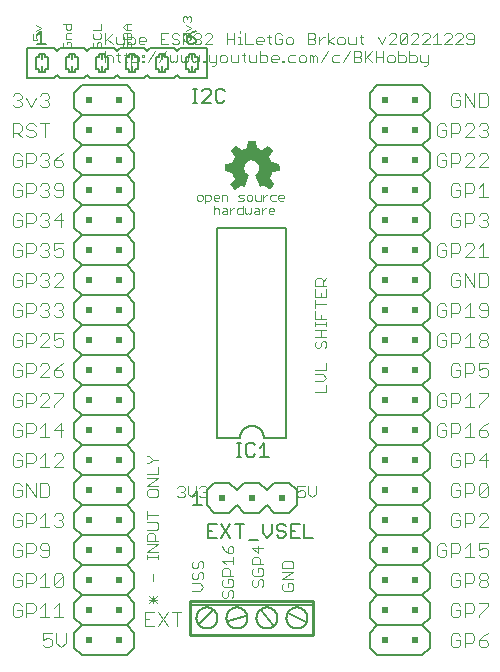
<source format=gbr>
G04 EAGLE Gerber RS-274X export*
G75*
%MOMM*%
%FSLAX34Y34*%
%LPD*%
%INSilkscreen Top*%
%IPPOS*%
%AMOC8*
5,1,8,0,0,1.08239X$1,22.5*%
G01*
%ADD10C,0.076200*%
%ADD11C,0.101600*%
%ADD12C,0.152400*%
%ADD13R,0.508000X0.508000*%
%ADD14C,0.127000*%
%ADD15R,0.254000X0.508000*%
%ADD16C,0.050800*%
%ADD17C,0.254000*%

G36*
X366919Y502169D02*
X366919Y502169D01*
X366972Y502168D01*
X366995Y502179D01*
X367006Y502181D01*
X367016Y502189D01*
X367046Y502203D01*
X372127Y505673D01*
X374914Y504219D01*
X374947Y504213D01*
X374977Y504197D01*
X375015Y504199D01*
X375052Y504192D01*
X375084Y504204D01*
X375117Y504206D01*
X375148Y504228D01*
X375184Y504242D01*
X375204Y504269D01*
X375231Y504289D01*
X375264Y504350D01*
X375268Y504355D01*
X375268Y504357D01*
X375270Y504360D01*
X378826Y514520D01*
X378830Y514590D01*
X378834Y514660D01*
X378834Y514661D01*
X378800Y514721D01*
X378766Y514783D01*
X378765Y514784D01*
X378763Y514785D01*
X378700Y514830D01*
X377462Y515450D01*
X376407Y516303D01*
X376248Y516501D01*
X375558Y517362D01*
X374956Y518578D01*
X374629Y519895D01*
X374591Y521252D01*
X374844Y522585D01*
X375377Y523833D01*
X376165Y524938D01*
X377171Y525849D01*
X378349Y526523D01*
X379643Y526930D01*
X380996Y527049D01*
X382304Y526889D01*
X383552Y526465D01*
X384688Y525795D01*
X385664Y524907D01*
X386437Y523840D01*
X386977Y522637D01*
X387261Y521349D01*
X387275Y520031D01*
X387021Y518737D01*
X386508Y517522D01*
X385758Y516437D01*
X384803Y515528D01*
X383661Y514819D01*
X383618Y514772D01*
X383573Y514727D01*
X383571Y514720D01*
X383566Y514715D01*
X383555Y514652D01*
X383541Y514590D01*
X383543Y514581D01*
X383542Y514576D01*
X383546Y514566D01*
X383559Y514510D01*
X387496Y504604D01*
X387507Y504590D01*
X387511Y504573D01*
X387549Y504536D01*
X387582Y504493D01*
X387599Y504487D01*
X387612Y504475D01*
X387664Y504464D01*
X387715Y504445D01*
X387732Y504449D01*
X387749Y504445D01*
X387828Y504464D01*
X389352Y505099D01*
X389362Y505107D01*
X389395Y505122D01*
X390776Y506042D01*
X395714Y502586D01*
X395767Y502568D01*
X395817Y502543D01*
X395832Y502545D01*
X395847Y502540D01*
X395901Y502553D01*
X395957Y502559D01*
X395975Y502571D01*
X395984Y502573D01*
X395993Y502582D01*
X396026Y502602D01*
X397042Y503491D01*
X397045Y503496D01*
X397054Y503503D01*
X397943Y504392D01*
X397946Y504396D01*
X397953Y504403D01*
X398969Y505546D01*
X398972Y505551D01*
X398980Y505559D01*
X399869Y506702D01*
X399887Y506746D01*
X399912Y506787D01*
X399912Y506810D01*
X399921Y506832D01*
X399912Y506880D01*
X399912Y506928D01*
X399897Y506959D01*
X399895Y506971D01*
X399888Y506979D01*
X399877Y507001D01*
X396286Y512202D01*
X397094Y513587D01*
X397097Y513600D01*
X397115Y513635D01*
X397623Y515159D01*
X397624Y515166D01*
X397629Y515178D01*
X398097Y517051D01*
X404160Y518165D01*
X404216Y518193D01*
X404274Y518218D01*
X404279Y518224D01*
X404286Y518228D01*
X404319Y518282D01*
X404354Y518334D01*
X404356Y518344D01*
X404359Y518349D01*
X404358Y518360D01*
X404367Y518414D01*
X404367Y521335D01*
X404365Y521342D01*
X404366Y521358D01*
X404239Y522755D01*
X404239Y522756D01*
X404239Y522757D01*
X404112Y524027D01*
X404093Y524075D01*
X404082Y524124D01*
X404067Y524139D01*
X404060Y524158D01*
X404018Y524188D01*
X403982Y524224D01*
X403955Y524234D01*
X403945Y524240D01*
X403934Y524241D01*
X403906Y524251D01*
X397834Y525366D01*
X397371Y526870D01*
X397366Y526879D01*
X397360Y526901D01*
X396725Y528298D01*
X396719Y528304D01*
X396713Y528321D01*
X395828Y529838D01*
X395773Y529948D01*
X399240Y534776D01*
X399257Y534825D01*
X399282Y534871D01*
X399280Y534891D01*
X399287Y534909D01*
X399275Y534960D01*
X399272Y535011D01*
X399258Y535035D01*
X399256Y535047D01*
X399247Y535055D01*
X399232Y535082D01*
X398216Y536352D01*
X398208Y536357D01*
X398197Y536373D01*
X396927Y537643D01*
X396922Y537646D01*
X396915Y537655D01*
X395899Y538544D01*
X395891Y538547D01*
X395879Y538559D01*
X394990Y539194D01*
X394948Y539209D01*
X394911Y539232D01*
X394883Y539232D01*
X394857Y539241D01*
X394814Y539231D01*
X394770Y539230D01*
X394732Y539212D01*
X394720Y539209D01*
X394714Y539203D01*
X394697Y539195D01*
X389620Y535604D01*
X388616Y536161D01*
X388609Y536163D01*
X388596Y536171D01*
X386310Y537187D01*
X386297Y537189D01*
X386262Y537203D01*
X385283Y537421D01*
X384170Y543479D01*
X384146Y543526D01*
X384130Y543576D01*
X384115Y543588D01*
X384107Y543605D01*
X384062Y543632D01*
X384021Y543666D01*
X383996Y543672D01*
X383986Y543678D01*
X383974Y543677D01*
X383942Y543685D01*
X382418Y543812D01*
X382411Y543811D01*
X382397Y543813D01*
X379476Y543813D01*
X379468Y543811D01*
X379451Y543812D01*
X378181Y543685D01*
X378132Y543665D01*
X378080Y543653D01*
X378067Y543639D01*
X378050Y543633D01*
X378019Y543590D01*
X377982Y543552D01*
X377974Y543527D01*
X377968Y543518D01*
X377967Y543506D01*
X377956Y543475D01*
X376965Y537529D01*
X375205Y536942D01*
X375201Y536939D01*
X375191Y536937D01*
X373921Y536429D01*
X373913Y536423D01*
X373889Y536414D01*
X372253Y535479D01*
X367306Y539066D01*
X367258Y539083D01*
X367213Y539108D01*
X367193Y539107D01*
X367173Y539114D01*
X367123Y539103D01*
X367073Y539100D01*
X367047Y539086D01*
X367035Y539083D01*
X367027Y539075D01*
X367002Y539061D01*
X365859Y538172D01*
X365853Y538164D01*
X365835Y538151D01*
X364565Y536881D01*
X364562Y536877D01*
X364555Y536870D01*
X363543Y535733D01*
X362914Y535103D01*
X362884Y535048D01*
X362850Y534996D01*
X362850Y534987D01*
X362846Y534980D01*
X362850Y534917D01*
X362849Y534855D01*
X362854Y534845D01*
X362854Y534839D01*
X362861Y534830D01*
X362884Y534781D01*
X366348Y529708D01*
X365670Y528577D01*
X365668Y528569D01*
X365657Y528553D01*
X364895Y526902D01*
X364893Y526890D01*
X364881Y526863D01*
X364504Y525483D01*
X364185Y524738D01*
X358099Y523744D01*
X358040Y523716D01*
X357980Y523690D01*
X357977Y523686D01*
X357972Y523683D01*
X357937Y523628D01*
X357900Y523574D01*
X357899Y523567D01*
X357897Y523564D01*
X357897Y523555D01*
X357887Y523494D01*
X357887Y517906D01*
X357905Y517843D01*
X357921Y517780D01*
X357924Y517776D01*
X357926Y517771D01*
X357975Y517727D01*
X358022Y517682D01*
X358029Y517680D01*
X358031Y517677D01*
X358040Y517676D01*
X358099Y517656D01*
X364164Y516666D01*
X364628Y515042D01*
X364628Y515041D01*
X364628Y515039D01*
X365009Y513769D01*
X365016Y513759D01*
X365026Y513729D01*
X365534Y512713D01*
X365537Y512709D01*
X365541Y512698D01*
X366347Y511317D01*
X362761Y506371D01*
X362741Y506315D01*
X362716Y506262D01*
X362718Y506250D01*
X362713Y506238D01*
X362725Y506184D01*
X362725Y506180D01*
X362727Y506175D01*
X362733Y506122D01*
X362742Y506108D01*
X362744Y506100D01*
X362753Y506091D01*
X362777Y506054D01*
X363793Y504911D01*
X363797Y504908D01*
X363803Y504900D01*
X364692Y504011D01*
X364696Y504008D01*
X364703Y504001D01*
X365846Y502985D01*
X365847Y502984D01*
X365849Y502982D01*
X366738Y502220D01*
X366787Y502198D01*
X366831Y502169D01*
X366850Y502169D01*
X366866Y502161D01*
X366919Y502169D01*
G37*
D10*
X256923Y634627D02*
X256923Y625221D01*
X256923Y628356D02*
X263193Y634627D01*
X258490Y629924D02*
X263193Y625221D01*
X266278Y626789D02*
X266278Y631492D01*
X266278Y626789D02*
X267846Y625221D01*
X272549Y625221D01*
X272549Y631492D01*
X275633Y634627D02*
X275633Y625221D01*
X280336Y625221D01*
X281904Y626789D01*
X281904Y629924D01*
X280336Y631492D01*
X275633Y631492D01*
X286556Y625221D02*
X289691Y625221D01*
X286556Y625221D02*
X284988Y626789D01*
X284988Y629924D01*
X286556Y631492D01*
X289691Y631492D01*
X291259Y629924D01*
X291259Y628356D01*
X284988Y628356D01*
X303699Y634627D02*
X309969Y634627D01*
X303699Y634627D02*
X303699Y625221D01*
X309969Y625221D01*
X306834Y629924D02*
X303699Y629924D01*
X317757Y634627D02*
X319325Y633059D01*
X317757Y634627D02*
X314622Y634627D01*
X313054Y633059D01*
X313054Y631492D01*
X314622Y629924D01*
X317757Y629924D01*
X319325Y628356D01*
X319325Y626789D01*
X317757Y625221D01*
X314622Y625221D01*
X313054Y626789D01*
X322409Y625221D02*
X322409Y634627D01*
X327112Y634627D01*
X328680Y633059D01*
X328680Y629924D01*
X327112Y628356D01*
X322409Y628356D01*
X331764Y633059D02*
X333332Y634627D01*
X336467Y634627D01*
X338035Y633059D01*
X338035Y631492D01*
X336467Y629924D01*
X334900Y629924D01*
X336467Y629924D02*
X338035Y628356D01*
X338035Y626789D01*
X336467Y625221D01*
X333332Y625221D01*
X331764Y626789D01*
X341119Y625221D02*
X347390Y625221D01*
X341119Y625221D02*
X347390Y631492D01*
X347390Y633059D01*
X345822Y634627D01*
X342687Y634627D01*
X341119Y633059D01*
X359830Y634627D02*
X359830Y625221D01*
X359830Y629924D02*
X366101Y629924D01*
X366101Y634627D02*
X366101Y625221D01*
X369185Y631492D02*
X370753Y631492D01*
X370753Y625221D01*
X372320Y625221D02*
X369185Y625221D01*
X370753Y634627D02*
X370753Y636195D01*
X375422Y634627D02*
X375422Y625221D01*
X381692Y625221D01*
X386345Y625221D02*
X389480Y625221D01*
X386345Y625221D02*
X384777Y626789D01*
X384777Y629924D01*
X386345Y631492D01*
X389480Y631492D01*
X391048Y629924D01*
X391048Y628356D01*
X384777Y628356D01*
X395700Y626789D02*
X395700Y633059D01*
X395700Y626789D02*
X397268Y625221D01*
X397268Y631492D02*
X394132Y631492D01*
X405072Y634627D02*
X406640Y633059D01*
X405072Y634627D02*
X401937Y634627D01*
X400369Y633059D01*
X400369Y626789D01*
X401937Y625221D01*
X405072Y625221D01*
X406640Y626789D01*
X406640Y629924D01*
X403504Y629924D01*
X411292Y625221D02*
X414427Y625221D01*
X415995Y626789D01*
X415995Y629924D01*
X414427Y631492D01*
X411292Y631492D01*
X409724Y629924D01*
X409724Y626789D01*
X411292Y625221D01*
X428435Y625221D02*
X428435Y634627D01*
X433138Y634627D01*
X434705Y633059D01*
X434705Y631492D01*
X433138Y629924D01*
X434705Y628356D01*
X434705Y626789D01*
X433138Y625221D01*
X428435Y625221D01*
X428435Y629924D02*
X433138Y629924D01*
X437790Y631492D02*
X437790Y625221D01*
X437790Y628356D02*
X440925Y631492D01*
X442493Y631492D01*
X445586Y634627D02*
X445586Y625221D01*
X445586Y628356D02*
X450289Y625221D01*
X445586Y628356D02*
X450289Y631492D01*
X454949Y625221D02*
X458085Y625221D01*
X459652Y626789D01*
X459652Y629924D01*
X458085Y631492D01*
X454949Y631492D01*
X453382Y629924D01*
X453382Y626789D01*
X454949Y625221D01*
X462737Y626789D02*
X462737Y631492D01*
X462737Y626789D02*
X464304Y625221D01*
X469008Y625221D01*
X469008Y631492D01*
X473660Y633059D02*
X473660Y626789D01*
X475227Y625221D01*
X475227Y631492D02*
X472092Y631492D01*
X487684Y631492D02*
X490819Y625221D01*
X493955Y631492D01*
X497039Y625221D02*
X503310Y625221D01*
X497039Y625221D02*
X503310Y631492D01*
X503310Y633059D01*
X501742Y634627D01*
X498607Y634627D01*
X497039Y633059D01*
X506394Y633059D02*
X506394Y626789D01*
X506394Y633059D02*
X507962Y634627D01*
X511097Y634627D01*
X512665Y633059D01*
X512665Y626789D01*
X511097Y625221D01*
X507962Y625221D01*
X506394Y626789D01*
X512665Y633059D01*
X515750Y625221D02*
X522020Y625221D01*
X515750Y625221D02*
X522020Y631492D01*
X522020Y633059D01*
X520453Y634627D01*
X517317Y634627D01*
X515750Y633059D01*
X525105Y625221D02*
X531375Y625221D01*
X525105Y625221D02*
X531375Y631492D01*
X531375Y633059D01*
X529808Y634627D01*
X526672Y634627D01*
X525105Y633059D01*
X534460Y631492D02*
X537595Y634627D01*
X537595Y625221D01*
X534460Y625221D02*
X540731Y625221D01*
X543815Y625221D02*
X550086Y625221D01*
X543815Y625221D02*
X550086Y631492D01*
X550086Y633059D01*
X548518Y634627D01*
X545383Y634627D01*
X543815Y633059D01*
X553170Y625221D02*
X559441Y625221D01*
X553170Y625221D02*
X559441Y631492D01*
X559441Y633059D01*
X557873Y634627D01*
X554738Y634627D01*
X553170Y633059D01*
X562525Y626789D02*
X564093Y625221D01*
X567228Y625221D01*
X568796Y626789D01*
X568796Y633059D01*
X567228Y634627D01*
X564093Y634627D01*
X562525Y633059D01*
X562525Y631492D01*
X564093Y629924D01*
X568796Y629924D01*
X256923Y619387D02*
X256923Y609981D01*
X256923Y614684D02*
X258490Y616252D01*
X261626Y616252D01*
X263193Y614684D01*
X263193Y609981D01*
X267846Y611549D02*
X267846Y617819D01*
X267846Y611549D02*
X269413Y609981D01*
X269413Y616252D02*
X266278Y616252D01*
X274082Y617819D02*
X274082Y611549D01*
X275650Y609981D01*
X275650Y616252D02*
X272515Y616252D01*
X278752Y616252D02*
X278752Y606846D01*
X278752Y616252D02*
X283455Y616252D01*
X285022Y614684D01*
X285022Y611549D01*
X283455Y609981D01*
X278752Y609981D01*
X288107Y616252D02*
X289674Y616252D01*
X289674Y614684D01*
X288107Y614684D01*
X288107Y616252D01*
X288107Y611549D02*
X289674Y611549D01*
X289674Y609981D01*
X288107Y609981D01*
X288107Y611549D01*
X292784Y609981D02*
X299055Y619387D01*
X308410Y619387D02*
X302139Y609981D01*
X311495Y611549D02*
X311495Y616252D01*
X311495Y611549D02*
X313062Y609981D01*
X314630Y611549D01*
X316198Y609981D01*
X317765Y611549D01*
X317765Y616252D01*
X320850Y616252D02*
X320850Y611549D01*
X322418Y609981D01*
X323985Y611549D01*
X325553Y609981D01*
X327121Y611549D01*
X327121Y616252D01*
X330205Y616252D02*
X330205Y611549D01*
X331773Y609981D01*
X333340Y611549D01*
X334908Y609981D01*
X336476Y611549D01*
X336476Y616252D01*
X339560Y611549D02*
X339560Y609981D01*
X339560Y611549D02*
X341128Y611549D01*
X341128Y609981D01*
X339560Y609981D01*
X344238Y611549D02*
X344238Y616252D01*
X344238Y611549D02*
X345805Y609981D01*
X350509Y609981D01*
X350509Y608413D02*
X350509Y616252D01*
X350509Y608413D02*
X348941Y606846D01*
X347373Y606846D01*
X355161Y609981D02*
X358296Y609981D01*
X359864Y611549D01*
X359864Y614684D01*
X358296Y616252D01*
X355161Y616252D01*
X353593Y614684D01*
X353593Y611549D01*
X355161Y609981D01*
X362948Y611549D02*
X362948Y616252D01*
X362948Y611549D02*
X364516Y609981D01*
X369219Y609981D01*
X369219Y616252D01*
X373871Y617819D02*
X373871Y611549D01*
X375439Y609981D01*
X375439Y616252D02*
X372303Y616252D01*
X378540Y616252D02*
X378540Y611549D01*
X380108Y609981D01*
X384811Y609981D01*
X384811Y616252D01*
X387895Y619387D02*
X387895Y609981D01*
X392598Y609981D01*
X394166Y611549D01*
X394166Y614684D01*
X392598Y616252D01*
X387895Y616252D01*
X398818Y609981D02*
X401954Y609981D01*
X398818Y609981D02*
X397251Y611549D01*
X397251Y614684D01*
X398818Y616252D01*
X401954Y616252D01*
X403521Y614684D01*
X403521Y613116D01*
X397251Y613116D01*
X406606Y611549D02*
X406606Y609981D01*
X406606Y611549D02*
X408173Y611549D01*
X408173Y609981D01*
X406606Y609981D01*
X412851Y616252D02*
X417554Y616252D01*
X412851Y616252D02*
X411283Y614684D01*
X411283Y611549D01*
X412851Y609981D01*
X417554Y609981D01*
X422206Y609981D02*
X425342Y609981D01*
X426909Y611549D01*
X426909Y614684D01*
X425342Y616252D01*
X422206Y616252D01*
X420639Y614684D01*
X420639Y611549D01*
X422206Y609981D01*
X429994Y609981D02*
X429994Y616252D01*
X431561Y616252D01*
X433129Y614684D01*
X433129Y609981D01*
X433129Y614684D02*
X434697Y616252D01*
X436264Y614684D01*
X436264Y609981D01*
X439349Y609981D02*
X445620Y619387D01*
X450272Y616252D02*
X454975Y616252D01*
X450272Y616252D02*
X448704Y614684D01*
X448704Y611549D01*
X450272Y609981D01*
X454975Y609981D01*
X458059Y609981D02*
X464330Y619387D01*
X467414Y619387D02*
X467414Y609981D01*
X467414Y619387D02*
X472117Y619387D01*
X473685Y617819D01*
X473685Y616252D01*
X472117Y614684D01*
X473685Y613116D01*
X473685Y611549D01*
X472117Y609981D01*
X467414Y609981D01*
X467414Y614684D02*
X472117Y614684D01*
X476770Y619387D02*
X476770Y609981D01*
X476770Y613116D02*
X483040Y619387D01*
X478337Y614684D02*
X483040Y609981D01*
X486125Y609981D02*
X486125Y619387D01*
X486125Y614684D02*
X492396Y614684D01*
X492396Y619387D02*
X492396Y609981D01*
X497048Y609981D02*
X500183Y609981D01*
X501751Y611549D01*
X501751Y614684D01*
X500183Y616252D01*
X497048Y616252D01*
X495480Y614684D01*
X495480Y611549D01*
X497048Y609981D01*
X504835Y609981D02*
X504835Y619387D01*
X504835Y609981D02*
X509538Y609981D01*
X511106Y611549D01*
X511106Y614684D01*
X509538Y616252D01*
X504835Y616252D01*
X514190Y619387D02*
X514190Y609981D01*
X518893Y609981D01*
X520461Y611549D01*
X520461Y614684D01*
X518893Y616252D01*
X514190Y616252D01*
X523546Y616252D02*
X523546Y611549D01*
X525113Y609981D01*
X529816Y609981D01*
X529816Y608413D02*
X529816Y616252D01*
X529816Y608413D02*
X528249Y606846D01*
X526681Y606846D01*
X444119Y330581D02*
X434713Y330581D01*
X444119Y330581D02*
X444119Y336852D01*
X440984Y339936D02*
X434713Y339936D01*
X440984Y339936D02*
X444119Y343072D01*
X440984Y346207D01*
X434713Y346207D01*
X434713Y349291D02*
X444119Y349291D01*
X444119Y355562D01*
X434713Y372705D02*
X436281Y374272D01*
X434713Y372705D02*
X434713Y369569D01*
X436281Y368002D01*
X437848Y368002D01*
X439416Y369569D01*
X439416Y372705D01*
X440984Y374272D01*
X442551Y374272D01*
X444119Y372705D01*
X444119Y369569D01*
X442551Y368002D01*
X444119Y377357D02*
X434713Y377357D01*
X439416Y377357D02*
X439416Y383628D01*
X434713Y383628D02*
X444119Y383628D01*
X444119Y386712D02*
X444119Y389847D01*
X444119Y388280D02*
X434713Y388280D01*
X434713Y389847D02*
X434713Y386712D01*
X434713Y392949D02*
X444119Y392949D01*
X434713Y392949D02*
X434713Y399220D01*
X439416Y396084D02*
X439416Y392949D01*
X444119Y405439D02*
X434713Y405439D01*
X434713Y402304D02*
X434713Y408575D01*
X434713Y411659D02*
X434713Y417930D01*
X434713Y411659D02*
X444119Y411659D01*
X444119Y417930D01*
X439416Y414795D02*
X439416Y411659D01*
X444119Y421014D02*
X434713Y421014D01*
X434713Y425717D01*
X436281Y427285D01*
X439416Y427285D01*
X440984Y425717D01*
X440984Y421014D01*
X440984Y424150D02*
X444119Y427285D01*
X222075Y627596D02*
X220847Y626367D01*
X220847Y623910D01*
X222075Y622681D01*
X226990Y622681D01*
X228219Y623910D01*
X228219Y626367D01*
X226990Y627596D01*
X224533Y627596D01*
X224533Y625138D01*
X223304Y630165D02*
X228219Y630165D01*
X223304Y630165D02*
X223304Y633851D01*
X224533Y635080D01*
X228219Y635080D01*
X228219Y642564D02*
X220847Y642564D01*
X228219Y642564D02*
X228219Y638878D01*
X226990Y637649D01*
X224533Y637649D01*
X223304Y638878D01*
X223304Y642564D01*
X246247Y626367D02*
X247475Y627596D01*
X246247Y626367D02*
X246247Y623910D01*
X247475Y622681D01*
X248704Y622681D01*
X249933Y623910D01*
X249933Y626367D01*
X251162Y627596D01*
X252390Y627596D01*
X253619Y626367D01*
X253619Y623910D01*
X252390Y622681D01*
X246247Y633851D02*
X247475Y635080D01*
X246247Y633851D02*
X246247Y631394D01*
X247475Y630165D01*
X252390Y630165D01*
X253619Y631394D01*
X253619Y633851D01*
X252390Y635080D01*
X253619Y637649D02*
X246247Y637649D01*
X253619Y637649D02*
X253619Y642564D01*
X271647Y626367D02*
X272875Y627596D01*
X271647Y626367D02*
X271647Y623910D01*
X272875Y622681D01*
X274104Y622681D01*
X275333Y623910D01*
X275333Y626367D01*
X276562Y627596D01*
X277790Y627596D01*
X279019Y626367D01*
X279019Y623910D01*
X277790Y622681D01*
X279019Y630165D02*
X271647Y630165D01*
X279019Y630165D02*
X279019Y633851D01*
X277790Y635080D01*
X272875Y635080D01*
X271647Y633851D01*
X271647Y630165D01*
X274104Y637649D02*
X279019Y637649D01*
X274104Y637649D02*
X271647Y640107D01*
X274104Y642564D01*
X279019Y642564D01*
X275333Y642564D02*
X275333Y637649D01*
X195447Y633946D02*
X195447Y629031D01*
X199133Y629031D01*
X197904Y631488D01*
X197904Y632717D01*
X199133Y633946D01*
X201590Y633946D01*
X202819Y632717D01*
X202819Y630260D01*
X201590Y629031D01*
X197904Y636515D02*
X202819Y638973D01*
X197904Y641430D01*
X322447Y630260D02*
X323675Y629031D01*
X322447Y630260D02*
X322447Y632717D01*
X323675Y633946D01*
X324904Y633946D01*
X326133Y632717D01*
X326133Y631488D01*
X326133Y632717D02*
X327362Y633946D01*
X328590Y633946D01*
X329819Y632717D01*
X329819Y630260D01*
X328590Y629031D01*
X324904Y636515D02*
X329819Y638973D01*
X324904Y641430D01*
X323675Y643999D02*
X322447Y645228D01*
X322447Y647685D01*
X323675Y648914D01*
X324904Y648914D01*
X326133Y647685D01*
X326133Y646457D01*
X326133Y647685D02*
X327362Y648914D01*
X328590Y648914D01*
X329819Y647685D01*
X329819Y645228D01*
X328590Y643999D01*
D11*
X555473Y151902D02*
X557422Y149953D01*
X555473Y151902D02*
X551575Y151902D01*
X549626Y149953D01*
X549626Y142157D01*
X551575Y140208D01*
X555473Y140208D01*
X557422Y142157D01*
X557422Y146055D01*
X553524Y146055D01*
X561320Y140208D02*
X561320Y151902D01*
X567167Y151902D01*
X569116Y149953D01*
X569116Y146055D01*
X567167Y144106D01*
X561320Y144106D01*
X573014Y151902D02*
X580810Y151902D01*
X580810Y149953D01*
X573014Y142157D01*
X573014Y140208D01*
X186104Y149953D02*
X184155Y151902D01*
X180257Y151902D01*
X178308Y149953D01*
X178308Y142157D01*
X180257Y140208D01*
X184155Y140208D01*
X186104Y142157D01*
X186104Y146055D01*
X182206Y146055D01*
X190002Y140208D02*
X190002Y151902D01*
X195849Y151902D01*
X197798Y149953D01*
X197798Y146055D01*
X195849Y144106D01*
X190002Y144106D01*
X201696Y148004D02*
X205594Y151902D01*
X205594Y140208D01*
X201696Y140208D02*
X209492Y140208D01*
X213390Y148004D02*
X217288Y151902D01*
X217288Y140208D01*
X213390Y140208D02*
X221186Y140208D01*
X186104Y175353D02*
X184155Y177302D01*
X180257Y177302D01*
X178308Y175353D01*
X178308Y167557D01*
X180257Y165608D01*
X184155Y165608D01*
X186104Y167557D01*
X186104Y171455D01*
X182206Y171455D01*
X190002Y165608D02*
X190002Y177302D01*
X195849Y177302D01*
X197798Y175353D01*
X197798Y171455D01*
X195849Y169506D01*
X190002Y169506D01*
X201696Y173404D02*
X205594Y177302D01*
X205594Y165608D01*
X201696Y165608D02*
X209492Y165608D01*
X213390Y167557D02*
X213390Y175353D01*
X215339Y177302D01*
X219237Y177302D01*
X221186Y175353D01*
X221186Y167557D01*
X219237Y165608D01*
X215339Y165608D01*
X213390Y167557D01*
X221186Y175353D01*
X186104Y200753D02*
X184155Y202702D01*
X180257Y202702D01*
X178308Y200753D01*
X178308Y192957D01*
X180257Y191008D01*
X184155Y191008D01*
X186104Y192957D01*
X186104Y196855D01*
X182206Y196855D01*
X190002Y191008D02*
X190002Y202702D01*
X195849Y202702D01*
X197798Y200753D01*
X197798Y196855D01*
X195849Y194906D01*
X190002Y194906D01*
X201696Y192957D02*
X203645Y191008D01*
X207543Y191008D01*
X209492Y192957D01*
X209492Y200753D01*
X207543Y202702D01*
X203645Y202702D01*
X201696Y200753D01*
X201696Y198804D01*
X203645Y196855D01*
X209492Y196855D01*
X186104Y226153D02*
X184155Y228102D01*
X180257Y228102D01*
X178308Y226153D01*
X178308Y218357D01*
X180257Y216408D01*
X184155Y216408D01*
X186104Y218357D01*
X186104Y222255D01*
X182206Y222255D01*
X190002Y216408D02*
X190002Y228102D01*
X195849Y228102D01*
X197798Y226153D01*
X197798Y222255D01*
X195849Y220306D01*
X190002Y220306D01*
X201696Y224204D02*
X205594Y228102D01*
X205594Y216408D01*
X201696Y216408D02*
X209492Y216408D01*
X213390Y226153D02*
X215339Y228102D01*
X219237Y228102D01*
X221186Y226153D01*
X221186Y224204D01*
X219237Y222255D01*
X217288Y222255D01*
X219237Y222255D02*
X221186Y220306D01*
X221186Y218357D01*
X219237Y216408D01*
X215339Y216408D01*
X213390Y218357D01*
X186104Y251553D02*
X184155Y253502D01*
X180257Y253502D01*
X178308Y251553D01*
X178308Y243757D01*
X180257Y241808D01*
X184155Y241808D01*
X186104Y243757D01*
X186104Y247655D01*
X182206Y247655D01*
X190002Y241808D02*
X190002Y253502D01*
X197798Y241808D01*
X197798Y253502D01*
X201696Y253502D02*
X201696Y241808D01*
X207543Y241808D01*
X209492Y243757D01*
X209492Y251553D01*
X207543Y253502D01*
X201696Y253502D01*
X186104Y276953D02*
X184155Y278902D01*
X180257Y278902D01*
X178308Y276953D01*
X178308Y269157D01*
X180257Y267208D01*
X184155Y267208D01*
X186104Y269157D01*
X186104Y273055D01*
X182206Y273055D01*
X190002Y267208D02*
X190002Y278902D01*
X195849Y278902D01*
X197798Y276953D01*
X197798Y273055D01*
X195849Y271106D01*
X190002Y271106D01*
X201696Y275004D02*
X205594Y278902D01*
X205594Y267208D01*
X201696Y267208D02*
X209492Y267208D01*
X213390Y267208D02*
X221186Y267208D01*
X213390Y267208D02*
X221186Y275004D01*
X221186Y276953D01*
X219237Y278902D01*
X215339Y278902D01*
X213390Y276953D01*
X186104Y302353D02*
X184155Y304302D01*
X180257Y304302D01*
X178308Y302353D01*
X178308Y294557D01*
X180257Y292608D01*
X184155Y292608D01*
X186104Y294557D01*
X186104Y298455D01*
X182206Y298455D01*
X190002Y292608D02*
X190002Y304302D01*
X195849Y304302D01*
X197798Y302353D01*
X197798Y298455D01*
X195849Y296506D01*
X190002Y296506D01*
X201696Y300404D02*
X205594Y304302D01*
X205594Y292608D01*
X201696Y292608D02*
X209492Y292608D01*
X219237Y292608D02*
X219237Y304302D01*
X213390Y298455D01*
X221186Y298455D01*
X186104Y327753D02*
X184155Y329702D01*
X180257Y329702D01*
X178308Y327753D01*
X178308Y319957D01*
X180257Y318008D01*
X184155Y318008D01*
X186104Y319957D01*
X186104Y323855D01*
X182206Y323855D01*
X190002Y318008D02*
X190002Y329702D01*
X195849Y329702D01*
X197798Y327753D01*
X197798Y323855D01*
X195849Y321906D01*
X190002Y321906D01*
X201696Y318008D02*
X209492Y318008D01*
X201696Y318008D02*
X209492Y325804D01*
X209492Y327753D01*
X207543Y329702D01*
X203645Y329702D01*
X201696Y327753D01*
X213390Y329702D02*
X221186Y329702D01*
X221186Y327753D01*
X213390Y319957D01*
X213390Y318008D01*
X186104Y353153D02*
X184155Y355102D01*
X180257Y355102D01*
X178308Y353153D01*
X178308Y345357D01*
X180257Y343408D01*
X184155Y343408D01*
X186104Y345357D01*
X186104Y349255D01*
X182206Y349255D01*
X190002Y343408D02*
X190002Y355102D01*
X195849Y355102D01*
X197798Y353153D01*
X197798Y349255D01*
X195849Y347306D01*
X190002Y347306D01*
X201696Y343408D02*
X209492Y343408D01*
X201696Y343408D02*
X209492Y351204D01*
X209492Y353153D01*
X207543Y355102D01*
X203645Y355102D01*
X201696Y353153D01*
X217288Y353153D02*
X221186Y355102D01*
X217288Y353153D02*
X213390Y349255D01*
X213390Y345357D01*
X215339Y343408D01*
X219237Y343408D01*
X221186Y345357D01*
X221186Y347306D01*
X219237Y349255D01*
X213390Y349255D01*
X186104Y378553D02*
X184155Y380502D01*
X180257Y380502D01*
X178308Y378553D01*
X178308Y370757D01*
X180257Y368808D01*
X184155Y368808D01*
X186104Y370757D01*
X186104Y374655D01*
X182206Y374655D01*
X190002Y368808D02*
X190002Y380502D01*
X195849Y380502D01*
X197798Y378553D01*
X197798Y374655D01*
X195849Y372706D01*
X190002Y372706D01*
X201696Y368808D02*
X209492Y368808D01*
X201696Y368808D02*
X209492Y376604D01*
X209492Y378553D01*
X207543Y380502D01*
X203645Y380502D01*
X201696Y378553D01*
X213390Y380502D02*
X221186Y380502D01*
X213390Y380502D02*
X213390Y374655D01*
X217288Y376604D01*
X219237Y376604D01*
X221186Y374655D01*
X221186Y370757D01*
X219237Y368808D01*
X215339Y368808D01*
X213390Y370757D01*
X186104Y403953D02*
X184155Y405902D01*
X180257Y405902D01*
X178308Y403953D01*
X178308Y396157D01*
X180257Y394208D01*
X184155Y394208D01*
X186104Y396157D01*
X186104Y400055D01*
X182206Y400055D01*
X190002Y394208D02*
X190002Y405902D01*
X195849Y405902D01*
X197798Y403953D01*
X197798Y400055D01*
X195849Y398106D01*
X190002Y398106D01*
X201696Y403953D02*
X203645Y405902D01*
X207543Y405902D01*
X209492Y403953D01*
X209492Y402004D01*
X207543Y400055D01*
X205594Y400055D01*
X207543Y400055D02*
X209492Y398106D01*
X209492Y396157D01*
X207543Y394208D01*
X203645Y394208D01*
X201696Y396157D01*
X213390Y403953D02*
X215339Y405902D01*
X219237Y405902D01*
X221186Y403953D01*
X221186Y402004D01*
X219237Y400055D01*
X217288Y400055D01*
X219237Y400055D02*
X221186Y398106D01*
X221186Y396157D01*
X219237Y394208D01*
X215339Y394208D01*
X213390Y396157D01*
X186104Y429353D02*
X184155Y431302D01*
X180257Y431302D01*
X178308Y429353D01*
X178308Y421557D01*
X180257Y419608D01*
X184155Y419608D01*
X186104Y421557D01*
X186104Y425455D01*
X182206Y425455D01*
X190002Y419608D02*
X190002Y431302D01*
X195849Y431302D01*
X197798Y429353D01*
X197798Y425455D01*
X195849Y423506D01*
X190002Y423506D01*
X201696Y429353D02*
X203645Y431302D01*
X207543Y431302D01*
X209492Y429353D01*
X209492Y427404D01*
X207543Y425455D01*
X205594Y425455D01*
X207543Y425455D02*
X209492Y423506D01*
X209492Y421557D01*
X207543Y419608D01*
X203645Y419608D01*
X201696Y421557D01*
X213390Y419608D02*
X221186Y419608D01*
X213390Y419608D02*
X221186Y427404D01*
X221186Y429353D01*
X219237Y431302D01*
X215339Y431302D01*
X213390Y429353D01*
X186104Y454753D02*
X184155Y456702D01*
X180257Y456702D01*
X178308Y454753D01*
X178308Y446957D01*
X180257Y445008D01*
X184155Y445008D01*
X186104Y446957D01*
X186104Y450855D01*
X182206Y450855D01*
X190002Y445008D02*
X190002Y456702D01*
X195849Y456702D01*
X197798Y454753D01*
X197798Y450855D01*
X195849Y448906D01*
X190002Y448906D01*
X201696Y454753D02*
X203645Y456702D01*
X207543Y456702D01*
X209492Y454753D01*
X209492Y452804D01*
X207543Y450855D01*
X205594Y450855D01*
X207543Y450855D02*
X209492Y448906D01*
X209492Y446957D01*
X207543Y445008D01*
X203645Y445008D01*
X201696Y446957D01*
X213390Y456702D02*
X221186Y456702D01*
X213390Y456702D02*
X213390Y450855D01*
X217288Y452804D01*
X219237Y452804D01*
X221186Y450855D01*
X221186Y446957D01*
X219237Y445008D01*
X215339Y445008D01*
X213390Y446957D01*
X186104Y480153D02*
X184155Y482102D01*
X180257Y482102D01*
X178308Y480153D01*
X178308Y472357D01*
X180257Y470408D01*
X184155Y470408D01*
X186104Y472357D01*
X186104Y476255D01*
X182206Y476255D01*
X190002Y470408D02*
X190002Y482102D01*
X195849Y482102D01*
X197798Y480153D01*
X197798Y476255D01*
X195849Y474306D01*
X190002Y474306D01*
X201696Y480153D02*
X203645Y482102D01*
X207543Y482102D01*
X209492Y480153D01*
X209492Y478204D01*
X207543Y476255D01*
X205594Y476255D01*
X207543Y476255D02*
X209492Y474306D01*
X209492Y472357D01*
X207543Y470408D01*
X203645Y470408D01*
X201696Y472357D01*
X219237Y470408D02*
X219237Y482102D01*
X213390Y476255D01*
X221186Y476255D01*
X186104Y505553D02*
X184155Y507502D01*
X180257Y507502D01*
X178308Y505553D01*
X178308Y497757D01*
X180257Y495808D01*
X184155Y495808D01*
X186104Y497757D01*
X186104Y501655D01*
X182206Y501655D01*
X190002Y495808D02*
X190002Y507502D01*
X195849Y507502D01*
X197798Y505553D01*
X197798Y501655D01*
X195849Y499706D01*
X190002Y499706D01*
X201696Y505553D02*
X203645Y507502D01*
X207543Y507502D01*
X209492Y505553D01*
X209492Y503604D01*
X207543Y501655D01*
X205594Y501655D01*
X207543Y501655D02*
X209492Y499706D01*
X209492Y497757D01*
X207543Y495808D01*
X203645Y495808D01*
X201696Y497757D01*
X213390Y497757D02*
X215339Y495808D01*
X219237Y495808D01*
X221186Y497757D01*
X221186Y505553D01*
X219237Y507502D01*
X215339Y507502D01*
X213390Y505553D01*
X213390Y503604D01*
X215339Y501655D01*
X221186Y501655D01*
X186104Y530953D02*
X184155Y532902D01*
X180257Y532902D01*
X178308Y530953D01*
X178308Y523157D01*
X180257Y521208D01*
X184155Y521208D01*
X186104Y523157D01*
X186104Y527055D01*
X182206Y527055D01*
X190002Y521208D02*
X190002Y532902D01*
X195849Y532902D01*
X197798Y530953D01*
X197798Y527055D01*
X195849Y525106D01*
X190002Y525106D01*
X201696Y530953D02*
X203645Y532902D01*
X207543Y532902D01*
X209492Y530953D01*
X209492Y529004D01*
X207543Y527055D01*
X205594Y527055D01*
X207543Y527055D02*
X209492Y525106D01*
X209492Y523157D01*
X207543Y521208D01*
X203645Y521208D01*
X201696Y523157D01*
X217288Y530953D02*
X221186Y532902D01*
X217288Y530953D02*
X213390Y527055D01*
X213390Y523157D01*
X215339Y521208D01*
X219237Y521208D01*
X221186Y523157D01*
X221186Y525106D01*
X219237Y527055D01*
X213390Y527055D01*
X178308Y546608D02*
X178308Y558302D01*
X184155Y558302D01*
X186104Y556353D01*
X186104Y552455D01*
X184155Y550506D01*
X178308Y550506D01*
X182206Y550506D02*
X186104Y546608D01*
X197798Y556353D02*
X195849Y558302D01*
X191951Y558302D01*
X190002Y556353D01*
X190002Y554404D01*
X191951Y552455D01*
X195849Y552455D01*
X197798Y550506D01*
X197798Y548557D01*
X195849Y546608D01*
X191951Y546608D01*
X190002Y548557D01*
X205594Y546608D02*
X205594Y558302D01*
X201696Y558302D02*
X209492Y558302D01*
X180257Y583702D02*
X178308Y581753D01*
X180257Y583702D02*
X184155Y583702D01*
X186104Y581753D01*
X186104Y579804D01*
X184155Y577855D01*
X182206Y577855D01*
X184155Y577855D02*
X186104Y575906D01*
X186104Y573957D01*
X184155Y572008D01*
X180257Y572008D01*
X178308Y573957D01*
X190002Y579804D02*
X193900Y572008D01*
X197798Y579804D01*
X201696Y581753D02*
X203645Y583702D01*
X207543Y583702D01*
X209492Y581753D01*
X209492Y579804D01*
X207543Y577855D01*
X205594Y577855D01*
X207543Y577855D02*
X209492Y575906D01*
X209492Y573957D01*
X207543Y572008D01*
X203645Y572008D01*
X201696Y573957D01*
X555473Y177302D02*
X557422Y175353D01*
X555473Y177302D02*
X551575Y177302D01*
X549626Y175353D01*
X549626Y167557D01*
X551575Y165608D01*
X555473Y165608D01*
X557422Y167557D01*
X557422Y171455D01*
X553524Y171455D01*
X561320Y165608D02*
X561320Y177302D01*
X567167Y177302D01*
X569116Y175353D01*
X569116Y171455D01*
X567167Y169506D01*
X561320Y169506D01*
X573014Y175353D02*
X574963Y177302D01*
X578861Y177302D01*
X580810Y175353D01*
X580810Y173404D01*
X578861Y171455D01*
X580810Y169506D01*
X580810Y167557D01*
X578861Y165608D01*
X574963Y165608D01*
X573014Y167557D01*
X573014Y169506D01*
X574963Y171455D01*
X573014Y173404D01*
X573014Y175353D01*
X574963Y171455D02*
X578861Y171455D01*
X545728Y200753D02*
X543779Y202702D01*
X539881Y202702D01*
X537932Y200753D01*
X537932Y192957D01*
X539881Y191008D01*
X543779Y191008D01*
X545728Y192957D01*
X545728Y196855D01*
X541830Y196855D01*
X549626Y191008D02*
X549626Y202702D01*
X555473Y202702D01*
X557422Y200753D01*
X557422Y196855D01*
X555473Y194906D01*
X549626Y194906D01*
X561320Y198804D02*
X565218Y202702D01*
X565218Y191008D01*
X561320Y191008D02*
X569116Y191008D01*
X573014Y202702D02*
X580810Y202702D01*
X573014Y202702D02*
X573014Y196855D01*
X576912Y198804D01*
X578861Y198804D01*
X580810Y196855D01*
X580810Y192957D01*
X578861Y191008D01*
X574963Y191008D01*
X573014Y192957D01*
X557422Y226153D02*
X555473Y228102D01*
X551575Y228102D01*
X549626Y226153D01*
X549626Y218357D01*
X551575Y216408D01*
X555473Y216408D01*
X557422Y218357D01*
X557422Y222255D01*
X553524Y222255D01*
X561320Y216408D02*
X561320Y228102D01*
X567167Y228102D01*
X569116Y226153D01*
X569116Y222255D01*
X567167Y220306D01*
X561320Y220306D01*
X573014Y216408D02*
X580810Y216408D01*
X573014Y216408D02*
X580810Y224204D01*
X580810Y226153D01*
X578861Y228102D01*
X574963Y228102D01*
X573014Y226153D01*
X557422Y251553D02*
X555473Y253502D01*
X551575Y253502D01*
X549626Y251553D01*
X549626Y243757D01*
X551575Y241808D01*
X555473Y241808D01*
X557422Y243757D01*
X557422Y247655D01*
X553524Y247655D01*
X561320Y241808D02*
X561320Y253502D01*
X567167Y253502D01*
X569116Y251553D01*
X569116Y247655D01*
X567167Y245706D01*
X561320Y245706D01*
X573014Y243757D02*
X573014Y251553D01*
X574963Y253502D01*
X578861Y253502D01*
X580810Y251553D01*
X580810Y243757D01*
X578861Y241808D01*
X574963Y241808D01*
X573014Y243757D01*
X580810Y251553D01*
X557422Y276953D02*
X555473Y278902D01*
X551575Y278902D01*
X549626Y276953D01*
X549626Y269157D01*
X551575Y267208D01*
X555473Y267208D01*
X557422Y269157D01*
X557422Y273055D01*
X553524Y273055D01*
X561320Y267208D02*
X561320Y278902D01*
X567167Y278902D01*
X569116Y276953D01*
X569116Y273055D01*
X567167Y271106D01*
X561320Y271106D01*
X578861Y267208D02*
X578861Y278902D01*
X573014Y273055D01*
X580810Y273055D01*
X545728Y302353D02*
X543779Y304302D01*
X539881Y304302D01*
X537932Y302353D01*
X537932Y294557D01*
X539881Y292608D01*
X543779Y292608D01*
X545728Y294557D01*
X545728Y298455D01*
X541830Y298455D01*
X549626Y292608D02*
X549626Y304302D01*
X555473Y304302D01*
X557422Y302353D01*
X557422Y298455D01*
X555473Y296506D01*
X549626Y296506D01*
X561320Y300404D02*
X565218Y304302D01*
X565218Y292608D01*
X561320Y292608D02*
X569116Y292608D01*
X576912Y302353D02*
X580810Y304302D01*
X576912Y302353D02*
X573014Y298455D01*
X573014Y294557D01*
X574963Y292608D01*
X578861Y292608D01*
X580810Y294557D01*
X580810Y296506D01*
X578861Y298455D01*
X573014Y298455D01*
X545728Y327753D02*
X543779Y329702D01*
X539881Y329702D01*
X537932Y327753D01*
X537932Y319957D01*
X539881Y318008D01*
X543779Y318008D01*
X545728Y319957D01*
X545728Y323855D01*
X541830Y323855D01*
X549626Y318008D02*
X549626Y329702D01*
X555473Y329702D01*
X557422Y327753D01*
X557422Y323855D01*
X555473Y321906D01*
X549626Y321906D01*
X561320Y325804D02*
X565218Y329702D01*
X565218Y318008D01*
X561320Y318008D02*
X569116Y318008D01*
X573014Y329702D02*
X580810Y329702D01*
X580810Y327753D01*
X573014Y319957D01*
X573014Y318008D01*
X545728Y378553D02*
X543779Y380502D01*
X539881Y380502D01*
X537932Y378553D01*
X537932Y370757D01*
X539881Y368808D01*
X543779Y368808D01*
X545728Y370757D01*
X545728Y374655D01*
X541830Y374655D01*
X549626Y368808D02*
X549626Y380502D01*
X555473Y380502D01*
X557422Y378553D01*
X557422Y374655D01*
X555473Y372706D01*
X549626Y372706D01*
X561320Y376604D02*
X565218Y380502D01*
X565218Y368808D01*
X561320Y368808D02*
X569116Y368808D01*
X573014Y378553D02*
X574963Y380502D01*
X578861Y380502D01*
X580810Y378553D01*
X580810Y376604D01*
X578861Y374655D01*
X580810Y372706D01*
X580810Y370757D01*
X578861Y368808D01*
X574963Y368808D01*
X573014Y370757D01*
X573014Y372706D01*
X574963Y374655D01*
X573014Y376604D01*
X573014Y378553D01*
X574963Y374655D02*
X578861Y374655D01*
X545728Y403953D02*
X543779Y405902D01*
X539881Y405902D01*
X537932Y403953D01*
X537932Y396157D01*
X539881Y394208D01*
X543779Y394208D01*
X545728Y396157D01*
X545728Y400055D01*
X541830Y400055D01*
X549626Y394208D02*
X549626Y405902D01*
X555473Y405902D01*
X557422Y403953D01*
X557422Y400055D01*
X555473Y398106D01*
X549626Y398106D01*
X561320Y402004D02*
X565218Y405902D01*
X565218Y394208D01*
X561320Y394208D02*
X569116Y394208D01*
X573014Y396157D02*
X574963Y394208D01*
X578861Y394208D01*
X580810Y396157D01*
X580810Y403953D01*
X578861Y405902D01*
X574963Y405902D01*
X573014Y403953D01*
X573014Y402004D01*
X574963Y400055D01*
X580810Y400055D01*
X557422Y429353D02*
X555473Y431302D01*
X551575Y431302D01*
X549626Y429353D01*
X549626Y421557D01*
X551575Y419608D01*
X555473Y419608D01*
X557422Y421557D01*
X557422Y425455D01*
X553524Y425455D01*
X561320Y419608D02*
X561320Y431302D01*
X569116Y419608D01*
X569116Y431302D01*
X573014Y431302D02*
X573014Y419608D01*
X578861Y419608D01*
X580810Y421557D01*
X580810Y429353D01*
X578861Y431302D01*
X573014Y431302D01*
X545728Y454753D02*
X543779Y456702D01*
X539881Y456702D01*
X537932Y454753D01*
X537932Y446957D01*
X539881Y445008D01*
X543779Y445008D01*
X545728Y446957D01*
X545728Y450855D01*
X541830Y450855D01*
X549626Y445008D02*
X549626Y456702D01*
X555473Y456702D01*
X557422Y454753D01*
X557422Y450855D01*
X555473Y448906D01*
X549626Y448906D01*
X561320Y445008D02*
X569116Y445008D01*
X561320Y445008D02*
X569116Y452804D01*
X569116Y454753D01*
X567167Y456702D01*
X563269Y456702D01*
X561320Y454753D01*
X573014Y452804D02*
X576912Y456702D01*
X576912Y445008D01*
X573014Y445008D02*
X580810Y445008D01*
X557422Y480153D02*
X555473Y482102D01*
X551575Y482102D01*
X549626Y480153D01*
X549626Y472357D01*
X551575Y470408D01*
X555473Y470408D01*
X557422Y472357D01*
X557422Y476255D01*
X553524Y476255D01*
X561320Y470408D02*
X561320Y482102D01*
X567167Y482102D01*
X569116Y480153D01*
X569116Y476255D01*
X567167Y474306D01*
X561320Y474306D01*
X573014Y480153D02*
X574963Y482102D01*
X578861Y482102D01*
X580810Y480153D01*
X580810Y478204D01*
X578861Y476255D01*
X576912Y476255D01*
X578861Y476255D02*
X580810Y474306D01*
X580810Y472357D01*
X578861Y470408D01*
X574963Y470408D01*
X573014Y472357D01*
X557422Y505553D02*
X555473Y507502D01*
X551575Y507502D01*
X549626Y505553D01*
X549626Y497757D01*
X551575Y495808D01*
X555473Y495808D01*
X557422Y497757D01*
X557422Y501655D01*
X553524Y501655D01*
X561320Y495808D02*
X561320Y507502D01*
X567167Y507502D01*
X569116Y505553D01*
X569116Y501655D01*
X567167Y499706D01*
X561320Y499706D01*
X573014Y503604D02*
X576912Y507502D01*
X576912Y495808D01*
X573014Y495808D02*
X580810Y495808D01*
X545728Y530953D02*
X543779Y532902D01*
X539881Y532902D01*
X537932Y530953D01*
X537932Y523157D01*
X539881Y521208D01*
X543779Y521208D01*
X545728Y523157D01*
X545728Y527055D01*
X541830Y527055D01*
X549626Y521208D02*
X549626Y532902D01*
X555473Y532902D01*
X557422Y530953D01*
X557422Y527055D01*
X555473Y525106D01*
X549626Y525106D01*
X561320Y521208D02*
X569116Y521208D01*
X561320Y521208D02*
X569116Y529004D01*
X569116Y530953D01*
X567167Y532902D01*
X563269Y532902D01*
X561320Y530953D01*
X573014Y521208D02*
X580810Y521208D01*
X573014Y521208D02*
X580810Y529004D01*
X580810Y530953D01*
X578861Y532902D01*
X574963Y532902D01*
X573014Y530953D01*
X545728Y556353D02*
X543779Y558302D01*
X539881Y558302D01*
X537932Y556353D01*
X537932Y548557D01*
X539881Y546608D01*
X543779Y546608D01*
X545728Y548557D01*
X545728Y552455D01*
X541830Y552455D01*
X549626Y546608D02*
X549626Y558302D01*
X555473Y558302D01*
X557422Y556353D01*
X557422Y552455D01*
X555473Y550506D01*
X549626Y550506D01*
X561320Y546608D02*
X569116Y546608D01*
X561320Y546608D02*
X569116Y554404D01*
X569116Y556353D01*
X567167Y558302D01*
X563269Y558302D01*
X561320Y556353D01*
X573014Y556353D02*
X574963Y558302D01*
X578861Y558302D01*
X580810Y556353D01*
X580810Y554404D01*
X578861Y552455D01*
X576912Y552455D01*
X578861Y552455D02*
X580810Y550506D01*
X580810Y548557D01*
X578861Y546608D01*
X574963Y546608D01*
X573014Y548557D01*
X557422Y581753D02*
X555473Y583702D01*
X551575Y583702D01*
X549626Y581753D01*
X549626Y573957D01*
X551575Y572008D01*
X555473Y572008D01*
X557422Y573957D01*
X557422Y577855D01*
X553524Y577855D01*
X561320Y572008D02*
X561320Y583702D01*
X569116Y572008D01*
X569116Y583702D01*
X573014Y583702D02*
X573014Y572008D01*
X578861Y572008D01*
X580810Y573957D01*
X580810Y581753D01*
X578861Y583702D01*
X573014Y583702D01*
D10*
X336844Y162815D02*
X330573Y162815D01*
X336844Y162815D02*
X339979Y165951D01*
X336844Y169086D01*
X330573Y169086D01*
X330573Y176874D02*
X332141Y178441D01*
X330573Y176874D02*
X330573Y173738D01*
X332141Y172171D01*
X333708Y172171D01*
X335276Y173738D01*
X335276Y176874D01*
X336844Y178441D01*
X338411Y178441D01*
X339979Y176874D01*
X339979Y173738D01*
X338411Y172171D01*
X330573Y186229D02*
X332141Y187797D01*
X330573Y186229D02*
X330573Y183093D01*
X332141Y181526D01*
X333708Y181526D01*
X335276Y183093D01*
X335276Y186229D01*
X336844Y187797D01*
X338411Y187797D01*
X339979Y186229D01*
X339979Y183093D01*
X338411Y181526D01*
X357541Y163076D02*
X355973Y161508D01*
X355973Y158373D01*
X357541Y156805D01*
X359108Y156805D01*
X360676Y158373D01*
X360676Y161508D01*
X362244Y163076D01*
X363811Y163076D01*
X365379Y161508D01*
X365379Y158373D01*
X363811Y156805D01*
X355973Y170863D02*
X357541Y172431D01*
X355973Y170863D02*
X355973Y167728D01*
X357541Y166160D01*
X363811Y166160D01*
X365379Y167728D01*
X365379Y170863D01*
X363811Y172431D01*
X360676Y172431D01*
X360676Y169296D01*
X365379Y175515D02*
X355973Y175515D01*
X355973Y180218D01*
X357541Y181786D01*
X360676Y181786D01*
X362244Y180218D01*
X362244Y175515D01*
X359108Y184871D02*
X355973Y188006D01*
X365379Y188006D01*
X365379Y184871D02*
X365379Y191141D01*
X357541Y197361D02*
X355973Y200496D01*
X357541Y197361D02*
X360676Y194226D01*
X363811Y194226D01*
X365379Y195793D01*
X365379Y198929D01*
X363811Y200496D01*
X362244Y200496D01*
X360676Y198929D01*
X360676Y194226D01*
X382941Y172431D02*
X381373Y170863D01*
X381373Y167728D01*
X382941Y166160D01*
X384508Y166160D01*
X386076Y167728D01*
X386076Y170863D01*
X387644Y172431D01*
X389211Y172431D01*
X390779Y170863D01*
X390779Y167728D01*
X389211Y166160D01*
X381373Y180218D02*
X382941Y181786D01*
X381373Y180218D02*
X381373Y177083D01*
X382941Y175515D01*
X389211Y175515D01*
X390779Y177083D01*
X390779Y180218D01*
X389211Y181786D01*
X386076Y181786D01*
X386076Y178651D01*
X390779Y184871D02*
X381373Y184871D01*
X381373Y189574D01*
X382941Y191141D01*
X386076Y191141D01*
X387644Y189574D01*
X387644Y184871D01*
X390779Y198929D02*
X381373Y198929D01*
X386076Y194226D01*
X386076Y200496D01*
X408341Y169086D02*
X406773Y167518D01*
X406773Y164383D01*
X408341Y162815D01*
X414611Y162815D01*
X416179Y164383D01*
X416179Y167518D01*
X414611Y169086D01*
X411476Y169086D01*
X411476Y165951D01*
X416179Y172171D02*
X406773Y172171D01*
X416179Y178441D01*
X406773Y178441D01*
X406773Y181526D02*
X416179Y181526D01*
X416179Y186229D01*
X414611Y187797D01*
X408341Y187797D01*
X406773Y186229D01*
X406773Y181526D01*
X319449Y251087D02*
X317881Y249519D01*
X319449Y251087D02*
X322584Y251087D01*
X324152Y249519D01*
X324152Y247952D01*
X322584Y246384D01*
X321016Y246384D01*
X322584Y246384D02*
X324152Y244816D01*
X324152Y243249D01*
X322584Y241681D01*
X319449Y241681D01*
X317881Y243249D01*
X327236Y244816D02*
X327236Y251087D01*
X327236Y244816D02*
X330372Y241681D01*
X333507Y244816D01*
X333507Y251087D01*
X336591Y249519D02*
X338159Y251087D01*
X341294Y251087D01*
X342862Y249519D01*
X342862Y247952D01*
X341294Y246384D01*
X339727Y246384D01*
X341294Y246384D02*
X342862Y244816D01*
X342862Y243249D01*
X341294Y241681D01*
X338159Y241681D01*
X336591Y243249D01*
X419481Y251087D02*
X425752Y251087D01*
X419481Y251087D02*
X419481Y246384D01*
X422616Y247952D01*
X424184Y247952D01*
X425752Y246384D01*
X425752Y243249D01*
X424184Y241681D01*
X421049Y241681D01*
X419481Y243249D01*
X428836Y244816D02*
X428836Y251087D01*
X428836Y244816D02*
X431972Y241681D01*
X435107Y244816D01*
X435107Y251087D01*
X300311Y158197D02*
X294041Y151927D01*
X300311Y151927D02*
X294041Y158197D01*
X297176Y158197D02*
X297176Y151927D01*
X300311Y155062D02*
X294041Y155062D01*
X297176Y170637D02*
X297176Y176908D01*
X301879Y189347D02*
X301879Y192483D01*
X301879Y190915D02*
X292473Y190915D01*
X292473Y189347D02*
X292473Y192483D01*
X292473Y195584D02*
X301879Y195584D01*
X301879Y201855D02*
X292473Y195584D01*
X292473Y201855D02*
X301879Y201855D01*
X301879Y204939D02*
X292473Y204939D01*
X292473Y209642D01*
X294041Y211210D01*
X297176Y211210D01*
X298744Y209642D01*
X298744Y204939D01*
X300311Y214295D02*
X292473Y214295D01*
X300311Y214295D02*
X301879Y215862D01*
X301879Y218998D01*
X300311Y220565D01*
X292473Y220565D01*
X292473Y226785D02*
X301879Y226785D01*
X292473Y223650D02*
X292473Y229920D01*
X292473Y243928D02*
X292473Y247063D01*
X292473Y243928D02*
X294041Y242360D01*
X300311Y242360D01*
X301879Y243928D01*
X301879Y247063D01*
X300311Y248631D01*
X294041Y248631D01*
X292473Y247063D01*
X292473Y251715D02*
X301879Y251715D01*
X301879Y257986D02*
X292473Y251715D01*
X292473Y257986D02*
X301879Y257986D01*
X301879Y261071D02*
X292473Y261071D01*
X301879Y261071D02*
X301879Y267341D01*
X294041Y270426D02*
X292473Y270426D01*
X294041Y270426D02*
X297176Y273561D01*
X294041Y276696D01*
X292473Y276696D01*
X297176Y273561D02*
X301879Y273561D01*
D11*
X555473Y355102D02*
X557422Y353153D01*
X555473Y355102D02*
X551575Y355102D01*
X549626Y353153D01*
X549626Y345357D01*
X551575Y343408D01*
X555473Y343408D01*
X557422Y345357D01*
X557422Y349255D01*
X553524Y349255D01*
X561320Y343408D02*
X561320Y355102D01*
X567167Y355102D01*
X569116Y353153D01*
X569116Y349255D01*
X567167Y347306D01*
X561320Y347306D01*
X573014Y355102D02*
X580810Y355102D01*
X573014Y355102D02*
X573014Y349255D01*
X576912Y351204D01*
X578861Y351204D01*
X580810Y349255D01*
X580810Y345357D01*
X578861Y343408D01*
X574963Y343408D01*
X573014Y345357D01*
X211504Y126502D02*
X203708Y126502D01*
X203708Y120655D01*
X207606Y122604D01*
X209555Y122604D01*
X211504Y120655D01*
X211504Y116757D01*
X209555Y114808D01*
X205657Y114808D01*
X203708Y116757D01*
X215402Y118706D02*
X215402Y126502D01*
X215402Y118706D02*
X219300Y114808D01*
X223198Y118706D01*
X223198Y126502D01*
X555473Y126502D02*
X557422Y124553D01*
X555473Y126502D02*
X551575Y126502D01*
X549626Y124553D01*
X549626Y116757D01*
X551575Y114808D01*
X555473Y114808D01*
X557422Y116757D01*
X557422Y120655D01*
X553524Y120655D01*
X561320Y114808D02*
X561320Y126502D01*
X567167Y126502D01*
X569116Y124553D01*
X569116Y120655D01*
X567167Y118706D01*
X561320Y118706D01*
X576912Y124553D02*
X580810Y126502D01*
X576912Y124553D02*
X573014Y120655D01*
X573014Y116757D01*
X574963Y114808D01*
X578861Y114808D01*
X580810Y116757D01*
X580810Y118706D01*
X578861Y120655D01*
X573014Y120655D01*
D12*
X230600Y584400D02*
X236950Y590750D01*
X230600Y584400D02*
X230600Y571700D01*
X236950Y565350D01*
X230600Y559000D01*
X230600Y546300D01*
X236950Y539950D01*
X230600Y533600D01*
X230600Y520900D01*
X236950Y514550D01*
X230600Y508200D01*
X230600Y495500D01*
X236950Y489150D01*
X230600Y482800D01*
X230600Y470100D01*
X236950Y463750D01*
X230600Y457400D01*
X230600Y444700D01*
X236950Y438350D01*
X236950Y590750D02*
X275050Y590750D01*
X281400Y584400D01*
X281400Y571700D01*
X275050Y565350D01*
X281400Y559000D01*
X281400Y546300D01*
X275050Y539950D01*
X281400Y533600D01*
X281400Y520900D01*
X275050Y514550D01*
X281400Y508200D01*
X281400Y495500D01*
X275050Y489150D01*
X281400Y482800D01*
X281400Y470100D01*
X275050Y463750D01*
X281400Y457400D01*
X281400Y444700D01*
X275050Y438350D01*
X281400Y432000D01*
X281400Y419300D01*
X275050Y412950D01*
X281400Y406600D01*
X281400Y393900D01*
X275050Y387550D01*
X281400Y381200D01*
X281400Y368500D01*
X275050Y362150D01*
X281400Y355800D01*
X281400Y343100D01*
X275050Y336750D01*
X281400Y330400D01*
X281400Y317700D01*
X275050Y311350D01*
X281400Y305000D01*
X281400Y292300D01*
X275050Y285950D01*
X281400Y279600D01*
X281400Y266900D01*
X275050Y260550D01*
X281400Y254200D01*
X281400Y241500D01*
X275050Y235150D01*
X281400Y228800D01*
X281400Y216100D01*
X275050Y209750D01*
X281400Y203400D01*
X281400Y190700D01*
X275050Y184350D01*
X281400Y178000D01*
X281400Y165300D01*
X275050Y158950D01*
X281400Y152600D01*
X281400Y139900D01*
X275050Y133550D01*
X281400Y127200D01*
X281400Y114500D01*
X275050Y108150D01*
X236950Y108150D02*
X230600Y114500D01*
X230600Y127200D01*
X236950Y133550D01*
X230600Y139900D01*
X230600Y152600D01*
X236950Y158950D01*
X230600Y165300D01*
X230600Y178000D01*
X236950Y184350D01*
X230600Y190700D01*
X230600Y203400D01*
X236950Y209750D01*
X230600Y216100D01*
X230600Y228800D01*
X236950Y235150D01*
X230600Y241500D01*
X230600Y254200D01*
X236950Y260550D01*
X230600Y266900D01*
X230600Y279600D01*
X236950Y285950D01*
X230600Y292300D01*
X230600Y305000D01*
X236950Y311350D01*
X230600Y317700D01*
X230600Y330400D01*
X236950Y336750D01*
X230600Y343100D01*
X230600Y355800D01*
X236950Y362150D01*
X230600Y368500D01*
X230600Y381200D01*
X236950Y387550D01*
X230600Y393900D01*
X230600Y406600D01*
X236950Y412950D01*
X230600Y419300D01*
X230600Y432000D01*
X236950Y438350D01*
X236950Y565350D02*
X275050Y565350D01*
X275050Y539950D02*
X236950Y539950D01*
X236950Y514550D02*
X275050Y514550D01*
X275050Y489150D02*
X236950Y489150D01*
X236950Y463750D02*
X275050Y463750D01*
X275050Y438350D02*
X236950Y438350D01*
X236950Y412950D02*
X275050Y412950D01*
X275050Y387550D02*
X236950Y387550D01*
X236950Y362150D02*
X275050Y362150D01*
X275050Y336750D02*
X236950Y336750D01*
X236950Y311350D02*
X275050Y311350D01*
X275050Y285950D02*
X236950Y285950D01*
X236950Y260550D02*
X275050Y260550D01*
X275050Y235150D02*
X236950Y235150D01*
X236950Y209750D02*
X275050Y209750D01*
X275050Y184350D02*
X236950Y184350D01*
X236950Y158950D02*
X275050Y158950D01*
X275050Y133550D02*
X236950Y133550D01*
X236950Y108150D02*
X275050Y108150D01*
D13*
X243300Y578050D03*
X268700Y578050D03*
X268700Y552650D03*
X243300Y552650D03*
X268700Y527250D03*
X243300Y527250D03*
X268700Y501850D03*
X268700Y476450D03*
X268700Y451050D03*
X243300Y501850D03*
X243300Y476450D03*
X243300Y451050D03*
X268700Y425650D03*
X243300Y425650D03*
X268700Y400250D03*
X243300Y400250D03*
X268700Y374850D03*
X243300Y374850D03*
X268700Y349450D03*
X243300Y349450D03*
X268700Y324050D03*
X243300Y324050D03*
X268700Y298650D03*
X243300Y298650D03*
X268700Y273250D03*
X243300Y273250D03*
X268700Y247850D03*
X243300Y247850D03*
X268700Y222450D03*
X243300Y222450D03*
X268700Y197050D03*
X243300Y197050D03*
X268700Y171650D03*
X243300Y171650D03*
X268700Y146250D03*
X243300Y146250D03*
X268700Y120850D03*
X243300Y120850D03*
D12*
X480600Y584400D02*
X486950Y590750D01*
X480600Y584400D02*
X480600Y571700D01*
X486950Y565350D01*
X480600Y559000D01*
X480600Y546300D01*
X486950Y539950D01*
X480600Y533600D01*
X480600Y520900D01*
X486950Y514550D01*
X480600Y508200D01*
X480600Y495500D01*
X486950Y489150D01*
X480600Y482800D01*
X480600Y470100D01*
X486950Y463750D01*
X480600Y457400D01*
X480600Y444700D01*
X486950Y438350D01*
X486950Y590750D02*
X525050Y590750D01*
X531400Y584400D01*
X531400Y571700D01*
X525050Y565350D01*
X531400Y559000D01*
X531400Y546300D01*
X525050Y539950D01*
X531400Y533600D01*
X531400Y520900D01*
X525050Y514550D01*
X531400Y508200D01*
X531400Y495500D01*
X525050Y489150D01*
X531400Y482800D01*
X531400Y470100D01*
X525050Y463750D01*
X531400Y457400D01*
X531400Y444700D01*
X525050Y438350D01*
X531400Y432000D01*
X531400Y419300D01*
X525050Y412950D01*
X531400Y406600D01*
X531400Y393900D01*
X525050Y387550D01*
X531400Y381200D01*
X531400Y368500D01*
X525050Y362150D01*
X531400Y355800D01*
X531400Y343100D01*
X525050Y336750D01*
X531400Y330400D01*
X531400Y317700D01*
X525050Y311350D01*
X531400Y305000D01*
X531400Y292300D01*
X525050Y285950D01*
X531400Y279600D01*
X531400Y266900D01*
X525050Y260550D01*
X531400Y254200D01*
X531400Y241500D01*
X525050Y235150D01*
X531400Y228800D01*
X531400Y216100D01*
X525050Y209750D01*
X531400Y203400D01*
X531400Y190700D01*
X525050Y184350D01*
X531400Y178000D01*
X531400Y165300D01*
X525050Y158950D01*
X531400Y152600D01*
X531400Y139900D01*
X525050Y133550D01*
X531400Y127200D01*
X531400Y114500D01*
X525050Y108150D01*
X486950Y108150D02*
X480600Y114500D01*
X480600Y127200D01*
X486950Y133550D01*
X480600Y139900D01*
X480600Y152600D01*
X486950Y158950D01*
X480600Y165300D01*
X480600Y178000D01*
X486950Y184350D01*
X480600Y190700D01*
X480600Y203400D01*
X486950Y209750D01*
X480600Y216100D01*
X480600Y228800D01*
X486950Y235150D01*
X480600Y241500D01*
X480600Y254200D01*
X486950Y260550D01*
X480600Y266900D01*
X480600Y279600D01*
X486950Y285950D01*
X480600Y292300D01*
X480600Y305000D01*
X486950Y311350D01*
X480600Y317700D01*
X480600Y330400D01*
X486950Y336750D01*
X480600Y343100D01*
X480600Y355800D01*
X486950Y362150D01*
X480600Y368500D01*
X480600Y381200D01*
X486950Y387550D01*
X480600Y393900D01*
X480600Y406600D01*
X486950Y412950D01*
X480600Y419300D01*
X480600Y432000D01*
X486950Y438350D01*
X486950Y565350D02*
X525050Y565350D01*
X525050Y539950D02*
X486950Y539950D01*
X486950Y514550D02*
X525050Y514550D01*
X525050Y489150D02*
X486950Y489150D01*
X486950Y463750D02*
X525050Y463750D01*
X525050Y438350D02*
X486950Y438350D01*
X486950Y412950D02*
X525050Y412950D01*
X525050Y387550D02*
X486950Y387550D01*
X486950Y362150D02*
X525050Y362150D01*
X525050Y336750D02*
X486950Y336750D01*
X486950Y311350D02*
X525050Y311350D01*
X525050Y285950D02*
X486950Y285950D01*
X486950Y260550D02*
X525050Y260550D01*
X525050Y235150D02*
X486950Y235150D01*
X486950Y209750D02*
X525050Y209750D01*
X525050Y184350D02*
X486950Y184350D01*
X486950Y158950D02*
X525050Y158950D01*
X525050Y133550D02*
X486950Y133550D01*
X486950Y108150D02*
X525050Y108150D01*
D13*
X493300Y578050D03*
X518700Y578050D03*
X518700Y552650D03*
X493300Y552650D03*
X518700Y527250D03*
X493300Y527250D03*
X518700Y501850D03*
X518700Y476450D03*
X518700Y451050D03*
X493300Y501850D03*
X493300Y476450D03*
X493300Y451050D03*
X518700Y425650D03*
X493300Y425650D03*
X518700Y400250D03*
X493300Y400250D03*
X518700Y374850D03*
X493300Y374850D03*
X518700Y349450D03*
X493300Y349450D03*
X518700Y324050D03*
X493300Y324050D03*
X518700Y298650D03*
X493300Y298650D03*
X518700Y273250D03*
X493300Y273250D03*
X518700Y247850D03*
X493300Y247850D03*
X518700Y222450D03*
X493300Y222450D03*
X518700Y197050D03*
X493300Y197050D03*
X518700Y171650D03*
X493300Y171650D03*
X518700Y146250D03*
X493300Y146250D03*
X518700Y120850D03*
X493300Y120850D03*
D12*
X190500Y596900D02*
X190500Y622300D01*
X190500Y596900D02*
X213360Y596900D01*
X215900Y599440D01*
X218440Y596900D01*
X238760Y596900D01*
X241300Y599440D01*
X243840Y596900D01*
X264160Y596900D01*
X266700Y599440D01*
X269240Y596900D01*
X289560Y596900D01*
X292100Y599440D01*
X294640Y596900D01*
X314960Y596900D01*
X320040Y596900D02*
X342900Y596900D01*
X342900Y622300D01*
X320040Y622300D01*
X314960Y622300D02*
X294640Y622300D01*
X292100Y619760D01*
X289560Y622300D01*
X269240Y622300D01*
X266700Y619760D01*
X264160Y622300D01*
X243840Y622300D01*
X241300Y619760D01*
X238760Y622300D01*
X218440Y622300D01*
X215900Y619760D01*
X213360Y622300D01*
X190500Y622300D01*
X200660Y617220D02*
X200660Y614680D01*
X198120Y614680D01*
X198120Y604520D01*
X200660Y604520D01*
X200660Y601980D01*
X205740Y601980D01*
X205740Y604520D01*
X208280Y604520D01*
X208280Y614680D01*
X205740Y614680D01*
X205740Y617220D01*
X200660Y617220D01*
X226060Y617220D02*
X226060Y614680D01*
X223520Y614680D01*
X223520Y604520D01*
X226060Y604520D01*
X226060Y601980D01*
X231140Y601980D01*
X231140Y604520D01*
X233680Y604520D01*
X233680Y614680D01*
X231140Y614680D01*
X231140Y617220D01*
X226060Y617220D01*
X251460Y617220D02*
X251460Y614680D01*
X248920Y614680D01*
X248920Y604520D01*
X251460Y604520D01*
X251460Y601980D01*
X256540Y601980D01*
X256540Y604520D01*
X259080Y604520D01*
X259080Y614680D01*
X256540Y614680D01*
X256540Y617220D01*
X251460Y617220D01*
X276860Y617220D02*
X276860Y614680D01*
X274320Y614680D01*
X274320Y604520D01*
X276860Y604520D01*
X276860Y601980D01*
X281940Y601980D01*
X281940Y604520D01*
X284480Y604520D01*
X284480Y614680D01*
X281940Y614680D01*
X281940Y617220D01*
X276860Y617220D01*
X302260Y617220D02*
X302260Y614680D01*
X299720Y614680D01*
X299720Y604520D01*
X302260Y604520D01*
X302260Y601980D01*
X307340Y601980D01*
X307340Y604520D01*
X309880Y604520D01*
X309880Y614680D01*
X307340Y614680D01*
X307340Y617220D01*
X302260Y617220D01*
X317500Y619760D02*
X320040Y622300D01*
X317500Y619760D02*
X314960Y622300D01*
X317500Y599440D02*
X320040Y596900D01*
X317500Y599440D02*
X314960Y596900D01*
X327660Y614680D02*
X327660Y617220D01*
X327660Y614680D02*
X325120Y614680D01*
X325120Y604520D01*
X327660Y604520D01*
X327660Y601980D01*
X332740Y601980D01*
X332740Y604520D01*
X335280Y604520D01*
X335280Y614680D01*
X332740Y614680D01*
X332740Y617220D01*
X327660Y617220D01*
D14*
X202568Y636915D02*
X198755Y633102D01*
X202568Y636915D02*
X202568Y625475D01*
X198755Y625475D02*
X206382Y625475D01*
X329568Y635008D02*
X333382Y636915D01*
X329568Y635008D02*
X325755Y631195D01*
X325755Y627382D01*
X327662Y625475D01*
X331475Y625475D01*
X333382Y627382D01*
X333382Y629288D01*
X331475Y631195D01*
X325755Y631195D01*
D15*
X203200Y614680D03*
X203200Y604520D03*
X228600Y614680D03*
X228600Y604520D03*
X254000Y614680D03*
X254000Y604520D03*
X279400Y614680D03*
X279400Y604520D03*
X304800Y614680D03*
X304800Y604520D03*
X330200Y614680D03*
X330200Y604520D03*
D14*
X330835Y575945D02*
X334648Y575945D01*
X332742Y575945D02*
X332742Y587385D01*
X334648Y587385D02*
X330835Y587385D01*
X338631Y575945D02*
X346257Y575945D01*
X338631Y575945D02*
X346257Y583572D01*
X346257Y585478D01*
X344351Y587385D01*
X340538Y587385D01*
X338631Y585478D01*
X356045Y587385D02*
X357951Y585478D01*
X356045Y587385D02*
X352232Y587385D01*
X350325Y585478D01*
X350325Y577852D01*
X352232Y575945D01*
X356045Y575945D01*
X357951Y577852D01*
D12*
X351790Y469900D02*
X351790Y292100D01*
X410210Y292100D02*
X410210Y469900D01*
X351790Y469900D01*
X351790Y292100D02*
X370840Y292100D01*
X391160Y292100D02*
X410210Y292100D01*
X391160Y292100D02*
X391157Y292347D01*
X391148Y292595D01*
X391133Y292842D01*
X391112Y293088D01*
X391085Y293334D01*
X391052Y293579D01*
X391013Y293824D01*
X390968Y294067D01*
X390917Y294309D01*
X390860Y294550D01*
X390798Y294789D01*
X390729Y295027D01*
X390655Y295263D01*
X390575Y295497D01*
X390490Y295729D01*
X390398Y295959D01*
X390302Y296187D01*
X390199Y296412D01*
X390092Y296635D01*
X389978Y296855D01*
X389860Y297072D01*
X389736Y297287D01*
X389607Y297498D01*
X389473Y297706D01*
X389334Y297911D01*
X389190Y298112D01*
X389042Y298310D01*
X388888Y298504D01*
X388730Y298694D01*
X388567Y298880D01*
X388400Y299062D01*
X388228Y299240D01*
X388052Y299414D01*
X387872Y299584D01*
X387687Y299749D01*
X387499Y299909D01*
X387307Y300065D01*
X387111Y300217D01*
X386912Y300363D01*
X386709Y300505D01*
X386502Y300641D01*
X386293Y300773D01*
X386080Y300899D01*
X385864Y301020D01*
X385646Y301136D01*
X385424Y301246D01*
X385200Y301351D01*
X384974Y301451D01*
X384745Y301545D01*
X384514Y301633D01*
X384280Y301716D01*
X384045Y301793D01*
X383808Y301864D01*
X383570Y301930D01*
X383330Y301989D01*
X383088Y302043D01*
X382845Y302091D01*
X382602Y302133D01*
X382357Y302169D01*
X382111Y302199D01*
X381865Y302223D01*
X381618Y302241D01*
X381371Y302253D01*
X381124Y302259D01*
X380876Y302259D01*
X380629Y302253D01*
X380382Y302241D01*
X380135Y302223D01*
X379889Y302199D01*
X379643Y302169D01*
X379398Y302133D01*
X379155Y302091D01*
X378912Y302043D01*
X378670Y301989D01*
X378430Y301930D01*
X378192Y301864D01*
X377955Y301793D01*
X377720Y301716D01*
X377486Y301633D01*
X377255Y301545D01*
X377026Y301451D01*
X376800Y301351D01*
X376576Y301246D01*
X376354Y301136D01*
X376136Y301020D01*
X375920Y300899D01*
X375707Y300773D01*
X375498Y300641D01*
X375291Y300505D01*
X375088Y300363D01*
X374889Y300217D01*
X374693Y300065D01*
X374501Y299909D01*
X374313Y299749D01*
X374128Y299584D01*
X373948Y299414D01*
X373772Y299240D01*
X373600Y299062D01*
X373433Y298880D01*
X373270Y298694D01*
X373112Y298504D01*
X372958Y298310D01*
X372810Y298112D01*
X372666Y297911D01*
X372527Y297706D01*
X372393Y297498D01*
X372264Y297287D01*
X372140Y297072D01*
X372022Y296855D01*
X371908Y296635D01*
X371801Y296412D01*
X371698Y296187D01*
X371602Y295959D01*
X371510Y295729D01*
X371425Y295497D01*
X371345Y295263D01*
X371271Y295027D01*
X371202Y294789D01*
X371140Y294550D01*
X371083Y294309D01*
X371032Y294067D01*
X370987Y293824D01*
X370948Y293579D01*
X370915Y293334D01*
X370888Y293088D01*
X370867Y292842D01*
X370852Y292595D01*
X370843Y292347D01*
X370840Y292100D01*
D14*
X372044Y276225D02*
X368231Y276225D01*
X370138Y276225D02*
X370138Y287665D01*
X372044Y287665D02*
X368231Y287665D01*
X381747Y287665D02*
X383654Y285758D01*
X381747Y287665D02*
X377934Y287665D01*
X376027Y285758D01*
X376027Y278132D01*
X377934Y276225D01*
X381747Y276225D01*
X383654Y278132D01*
X387721Y283852D02*
X391534Y287665D01*
X391534Y276225D01*
X387721Y276225D02*
X395347Y276225D01*
D16*
X338012Y493014D02*
X335639Y493014D01*
X338012Y493014D02*
X339198Y494200D01*
X339198Y496573D01*
X338012Y497759D01*
X335639Y497759D01*
X334453Y496573D01*
X334453Y494200D01*
X335639Y493014D01*
X341469Y490641D02*
X341469Y497759D01*
X345028Y497759D01*
X346215Y496573D01*
X346215Y494200D01*
X345028Y493014D01*
X341469Y493014D01*
X349672Y493014D02*
X352045Y493014D01*
X349672Y493014D02*
X348486Y494200D01*
X348486Y496573D01*
X349672Y497759D01*
X352045Y497759D01*
X353231Y496573D01*
X353231Y495387D01*
X348486Y495387D01*
X355502Y493014D02*
X355502Y497759D01*
X359061Y497759D01*
X360248Y496573D01*
X360248Y493014D01*
X369535Y493014D02*
X373094Y493014D01*
X374280Y494200D01*
X373094Y495387D01*
X370721Y495387D01*
X369535Y496573D01*
X370721Y497759D01*
X374280Y497759D01*
X377738Y493014D02*
X380110Y493014D01*
X381297Y494200D01*
X381297Y496573D01*
X380110Y497759D01*
X377738Y497759D01*
X376551Y496573D01*
X376551Y494200D01*
X377738Y493014D01*
X383568Y494200D02*
X383568Y497759D01*
X383568Y494200D02*
X384754Y493014D01*
X388313Y493014D01*
X388313Y497759D01*
X390584Y497759D02*
X390584Y493014D01*
X390584Y495387D02*
X392957Y497759D01*
X394143Y497759D01*
X397617Y497759D02*
X401176Y497759D01*
X397617Y497759D02*
X396431Y496573D01*
X396431Y494200D01*
X397617Y493014D01*
X401176Y493014D01*
X404634Y493014D02*
X407006Y493014D01*
X404634Y493014D02*
X403447Y494200D01*
X403447Y496573D01*
X404634Y497759D01*
X407006Y497759D01*
X408193Y496573D01*
X408193Y495387D01*
X403447Y495387D01*
X348486Y488702D02*
X348486Y481584D01*
X348486Y485143D02*
X349672Y486329D01*
X352045Y486329D01*
X353231Y485143D01*
X353231Y481584D01*
X356689Y486329D02*
X359061Y486329D01*
X360248Y485143D01*
X360248Y481584D01*
X356689Y481584D01*
X355502Y482770D01*
X356689Y483957D01*
X360248Y483957D01*
X362519Y486329D02*
X362519Y481584D01*
X362519Y483957D02*
X364891Y486329D01*
X366078Y486329D01*
X373111Y488702D02*
X373111Y481584D01*
X369552Y481584D01*
X368366Y482770D01*
X368366Y485143D01*
X369552Y486329D01*
X373111Y486329D01*
X375382Y486329D02*
X375382Y482770D01*
X376568Y481584D01*
X377755Y482770D01*
X378941Y481584D01*
X380127Y482770D01*
X380127Y486329D01*
X383585Y486329D02*
X385957Y486329D01*
X387144Y485143D01*
X387144Y481584D01*
X383585Y481584D01*
X382398Y482770D01*
X383585Y483957D01*
X387144Y483957D01*
X389415Y486329D02*
X389415Y481584D01*
X389415Y483957D02*
X391787Y486329D01*
X392974Y486329D01*
X396448Y481584D02*
X398821Y481584D01*
X396448Y481584D02*
X395262Y482770D01*
X395262Y485143D01*
X396448Y486329D01*
X398821Y486329D01*
X400007Y485143D01*
X400007Y483957D01*
X395262Y483957D01*
D12*
X361950Y254000D02*
X349250Y254000D01*
X361950Y254000D02*
X368300Y247650D01*
X368300Y234950D02*
X361950Y228600D01*
X368300Y247650D02*
X374650Y254000D01*
X387350Y254000D01*
X393700Y247650D01*
X393700Y234950D02*
X387350Y228600D01*
X374650Y228600D01*
X368300Y234950D01*
X342900Y234950D02*
X342900Y247650D01*
X349250Y254000D01*
X342900Y234950D02*
X349250Y228600D01*
X361950Y228600D01*
X393700Y247650D02*
X400050Y254000D01*
X412750Y254000D01*
X419100Y247650D01*
X419100Y234950D02*
X412750Y228600D01*
X400050Y228600D01*
X393700Y234950D01*
X419100Y234950D02*
X419100Y247650D01*
D14*
X334648Y247025D02*
X330835Y243212D01*
X334648Y247025D02*
X334648Y235585D01*
X330835Y235585D02*
X338462Y235585D01*
D13*
X381000Y241300D03*
X355600Y241300D03*
X406400Y241300D03*
D14*
X351162Y219085D02*
X343535Y219085D01*
X343535Y207645D01*
X351162Y207645D01*
X347348Y213365D02*
X343535Y213365D01*
X355229Y219085D02*
X362855Y207645D01*
X355229Y207645D02*
X362855Y219085D01*
X370736Y219085D02*
X370736Y207645D01*
X366923Y219085D02*
X374549Y219085D01*
X378617Y205738D02*
X386243Y205738D01*
X390311Y211458D02*
X390311Y219085D01*
X390311Y211458D02*
X394124Y207645D01*
X397937Y211458D01*
X397937Y219085D01*
X407725Y219085D02*
X409631Y217178D01*
X407725Y219085D02*
X403911Y219085D01*
X402005Y217178D01*
X402005Y215272D01*
X403911Y213365D01*
X407725Y213365D01*
X409631Y211458D01*
X409631Y209552D01*
X407725Y207645D01*
X403911Y207645D01*
X402005Y209552D01*
X413699Y219085D02*
X421325Y219085D01*
X413699Y219085D02*
X413699Y207645D01*
X421325Y207645D01*
X417512Y213365D02*
X413699Y213365D01*
X425393Y219085D02*
X425393Y207645D01*
X433019Y207645D01*
D17*
X433100Y125200D02*
X328900Y125200D01*
X433100Y125200D02*
X433100Y154200D01*
X328900Y154200D01*
X328900Y125200D01*
D12*
X330000Y150700D02*
X432000Y150700D01*
X347980Y146050D02*
X336550Y134620D01*
X360680Y137160D02*
X375920Y140970D01*
X388620Y146050D02*
X398780Y133350D01*
X411480Y143510D02*
X426720Y135890D01*
X334010Y139700D02*
X334013Y139918D01*
X334021Y140136D01*
X334034Y140354D01*
X334053Y140571D01*
X334077Y140788D01*
X334106Y141004D01*
X334141Y141220D01*
X334181Y141434D01*
X334226Y141648D01*
X334276Y141860D01*
X334332Y142071D01*
X334393Y142281D01*
X334459Y142489D01*
X334530Y142695D01*
X334606Y142899D01*
X334687Y143102D01*
X334773Y143303D01*
X334864Y143501D01*
X334959Y143697D01*
X335060Y143891D01*
X335165Y144082D01*
X335275Y144270D01*
X335389Y144456D01*
X335508Y144639D01*
X335632Y144819D01*
X335759Y144996D01*
X335892Y145169D01*
X336028Y145340D01*
X336168Y145507D01*
X336313Y145670D01*
X336461Y145830D01*
X336614Y145986D01*
X336770Y146139D01*
X336930Y146287D01*
X337093Y146432D01*
X337260Y146572D01*
X337431Y146708D01*
X337604Y146841D01*
X337781Y146968D01*
X337961Y147092D01*
X338144Y147211D01*
X338330Y147325D01*
X338518Y147435D01*
X338709Y147540D01*
X338903Y147641D01*
X339099Y147736D01*
X339297Y147827D01*
X339498Y147913D01*
X339701Y147994D01*
X339905Y148070D01*
X340111Y148141D01*
X340319Y148207D01*
X340529Y148268D01*
X340740Y148324D01*
X340952Y148374D01*
X341166Y148419D01*
X341380Y148459D01*
X341596Y148494D01*
X341812Y148523D01*
X342029Y148547D01*
X342246Y148566D01*
X342464Y148579D01*
X342682Y148587D01*
X342900Y148590D01*
X343118Y148587D01*
X343336Y148579D01*
X343554Y148566D01*
X343771Y148547D01*
X343988Y148523D01*
X344204Y148494D01*
X344420Y148459D01*
X344634Y148419D01*
X344848Y148374D01*
X345060Y148324D01*
X345271Y148268D01*
X345481Y148207D01*
X345689Y148141D01*
X345895Y148070D01*
X346099Y147994D01*
X346302Y147913D01*
X346503Y147827D01*
X346701Y147736D01*
X346897Y147641D01*
X347091Y147540D01*
X347282Y147435D01*
X347470Y147325D01*
X347656Y147211D01*
X347839Y147092D01*
X348019Y146968D01*
X348196Y146841D01*
X348369Y146708D01*
X348540Y146572D01*
X348707Y146432D01*
X348870Y146287D01*
X349030Y146139D01*
X349186Y145986D01*
X349339Y145830D01*
X349487Y145670D01*
X349632Y145507D01*
X349772Y145340D01*
X349908Y145169D01*
X350041Y144996D01*
X350168Y144819D01*
X350292Y144639D01*
X350411Y144456D01*
X350525Y144270D01*
X350635Y144082D01*
X350740Y143891D01*
X350841Y143697D01*
X350936Y143501D01*
X351027Y143303D01*
X351113Y143102D01*
X351194Y142899D01*
X351270Y142695D01*
X351341Y142489D01*
X351407Y142281D01*
X351468Y142071D01*
X351524Y141860D01*
X351574Y141648D01*
X351619Y141434D01*
X351659Y141220D01*
X351694Y141004D01*
X351723Y140788D01*
X351747Y140571D01*
X351766Y140354D01*
X351779Y140136D01*
X351787Y139918D01*
X351790Y139700D01*
X351787Y139482D01*
X351779Y139264D01*
X351766Y139046D01*
X351747Y138829D01*
X351723Y138612D01*
X351694Y138396D01*
X351659Y138180D01*
X351619Y137966D01*
X351574Y137752D01*
X351524Y137540D01*
X351468Y137329D01*
X351407Y137119D01*
X351341Y136911D01*
X351270Y136705D01*
X351194Y136501D01*
X351113Y136298D01*
X351027Y136097D01*
X350936Y135899D01*
X350841Y135703D01*
X350740Y135509D01*
X350635Y135318D01*
X350525Y135130D01*
X350411Y134944D01*
X350292Y134761D01*
X350168Y134581D01*
X350041Y134404D01*
X349908Y134231D01*
X349772Y134060D01*
X349632Y133893D01*
X349487Y133730D01*
X349339Y133570D01*
X349186Y133414D01*
X349030Y133261D01*
X348870Y133113D01*
X348707Y132968D01*
X348540Y132828D01*
X348369Y132692D01*
X348196Y132559D01*
X348019Y132432D01*
X347839Y132308D01*
X347656Y132189D01*
X347470Y132075D01*
X347282Y131965D01*
X347091Y131860D01*
X346897Y131759D01*
X346701Y131664D01*
X346503Y131573D01*
X346302Y131487D01*
X346099Y131406D01*
X345895Y131330D01*
X345689Y131259D01*
X345481Y131193D01*
X345271Y131132D01*
X345060Y131076D01*
X344848Y131026D01*
X344634Y130981D01*
X344420Y130941D01*
X344204Y130906D01*
X343988Y130877D01*
X343771Y130853D01*
X343554Y130834D01*
X343336Y130821D01*
X343118Y130813D01*
X342900Y130810D01*
X342682Y130813D01*
X342464Y130821D01*
X342246Y130834D01*
X342029Y130853D01*
X341812Y130877D01*
X341596Y130906D01*
X341380Y130941D01*
X341166Y130981D01*
X340952Y131026D01*
X340740Y131076D01*
X340529Y131132D01*
X340319Y131193D01*
X340111Y131259D01*
X339905Y131330D01*
X339701Y131406D01*
X339498Y131487D01*
X339297Y131573D01*
X339099Y131664D01*
X338903Y131759D01*
X338709Y131860D01*
X338518Y131965D01*
X338330Y132075D01*
X338144Y132189D01*
X337961Y132308D01*
X337781Y132432D01*
X337604Y132559D01*
X337431Y132692D01*
X337260Y132828D01*
X337093Y132968D01*
X336930Y133113D01*
X336770Y133261D01*
X336614Y133414D01*
X336461Y133570D01*
X336313Y133730D01*
X336168Y133893D01*
X336028Y134060D01*
X335892Y134231D01*
X335759Y134404D01*
X335632Y134581D01*
X335508Y134761D01*
X335389Y134944D01*
X335275Y135130D01*
X335165Y135318D01*
X335060Y135509D01*
X334959Y135703D01*
X334864Y135899D01*
X334773Y136097D01*
X334687Y136298D01*
X334606Y136501D01*
X334530Y136705D01*
X334459Y136911D01*
X334393Y137119D01*
X334332Y137329D01*
X334276Y137540D01*
X334226Y137752D01*
X334181Y137966D01*
X334141Y138180D01*
X334106Y138396D01*
X334077Y138612D01*
X334053Y138829D01*
X334034Y139046D01*
X334021Y139264D01*
X334013Y139482D01*
X334010Y139700D01*
X359410Y139700D02*
X359413Y139918D01*
X359421Y140136D01*
X359434Y140354D01*
X359453Y140571D01*
X359477Y140788D01*
X359506Y141004D01*
X359541Y141220D01*
X359581Y141434D01*
X359626Y141648D01*
X359676Y141860D01*
X359732Y142071D01*
X359793Y142281D01*
X359859Y142489D01*
X359930Y142695D01*
X360006Y142899D01*
X360087Y143102D01*
X360173Y143303D01*
X360264Y143501D01*
X360359Y143697D01*
X360460Y143891D01*
X360565Y144082D01*
X360675Y144270D01*
X360789Y144456D01*
X360908Y144639D01*
X361032Y144819D01*
X361159Y144996D01*
X361292Y145169D01*
X361428Y145340D01*
X361568Y145507D01*
X361713Y145670D01*
X361861Y145830D01*
X362014Y145986D01*
X362170Y146139D01*
X362330Y146287D01*
X362493Y146432D01*
X362660Y146572D01*
X362831Y146708D01*
X363004Y146841D01*
X363181Y146968D01*
X363361Y147092D01*
X363544Y147211D01*
X363730Y147325D01*
X363918Y147435D01*
X364109Y147540D01*
X364303Y147641D01*
X364499Y147736D01*
X364697Y147827D01*
X364898Y147913D01*
X365101Y147994D01*
X365305Y148070D01*
X365511Y148141D01*
X365719Y148207D01*
X365929Y148268D01*
X366140Y148324D01*
X366352Y148374D01*
X366566Y148419D01*
X366780Y148459D01*
X366996Y148494D01*
X367212Y148523D01*
X367429Y148547D01*
X367646Y148566D01*
X367864Y148579D01*
X368082Y148587D01*
X368300Y148590D01*
X368518Y148587D01*
X368736Y148579D01*
X368954Y148566D01*
X369171Y148547D01*
X369388Y148523D01*
X369604Y148494D01*
X369820Y148459D01*
X370034Y148419D01*
X370248Y148374D01*
X370460Y148324D01*
X370671Y148268D01*
X370881Y148207D01*
X371089Y148141D01*
X371295Y148070D01*
X371499Y147994D01*
X371702Y147913D01*
X371903Y147827D01*
X372101Y147736D01*
X372297Y147641D01*
X372491Y147540D01*
X372682Y147435D01*
X372870Y147325D01*
X373056Y147211D01*
X373239Y147092D01*
X373419Y146968D01*
X373596Y146841D01*
X373769Y146708D01*
X373940Y146572D01*
X374107Y146432D01*
X374270Y146287D01*
X374430Y146139D01*
X374586Y145986D01*
X374739Y145830D01*
X374887Y145670D01*
X375032Y145507D01*
X375172Y145340D01*
X375308Y145169D01*
X375441Y144996D01*
X375568Y144819D01*
X375692Y144639D01*
X375811Y144456D01*
X375925Y144270D01*
X376035Y144082D01*
X376140Y143891D01*
X376241Y143697D01*
X376336Y143501D01*
X376427Y143303D01*
X376513Y143102D01*
X376594Y142899D01*
X376670Y142695D01*
X376741Y142489D01*
X376807Y142281D01*
X376868Y142071D01*
X376924Y141860D01*
X376974Y141648D01*
X377019Y141434D01*
X377059Y141220D01*
X377094Y141004D01*
X377123Y140788D01*
X377147Y140571D01*
X377166Y140354D01*
X377179Y140136D01*
X377187Y139918D01*
X377190Y139700D01*
X377187Y139482D01*
X377179Y139264D01*
X377166Y139046D01*
X377147Y138829D01*
X377123Y138612D01*
X377094Y138396D01*
X377059Y138180D01*
X377019Y137966D01*
X376974Y137752D01*
X376924Y137540D01*
X376868Y137329D01*
X376807Y137119D01*
X376741Y136911D01*
X376670Y136705D01*
X376594Y136501D01*
X376513Y136298D01*
X376427Y136097D01*
X376336Y135899D01*
X376241Y135703D01*
X376140Y135509D01*
X376035Y135318D01*
X375925Y135130D01*
X375811Y134944D01*
X375692Y134761D01*
X375568Y134581D01*
X375441Y134404D01*
X375308Y134231D01*
X375172Y134060D01*
X375032Y133893D01*
X374887Y133730D01*
X374739Y133570D01*
X374586Y133414D01*
X374430Y133261D01*
X374270Y133113D01*
X374107Y132968D01*
X373940Y132828D01*
X373769Y132692D01*
X373596Y132559D01*
X373419Y132432D01*
X373239Y132308D01*
X373056Y132189D01*
X372870Y132075D01*
X372682Y131965D01*
X372491Y131860D01*
X372297Y131759D01*
X372101Y131664D01*
X371903Y131573D01*
X371702Y131487D01*
X371499Y131406D01*
X371295Y131330D01*
X371089Y131259D01*
X370881Y131193D01*
X370671Y131132D01*
X370460Y131076D01*
X370248Y131026D01*
X370034Y130981D01*
X369820Y130941D01*
X369604Y130906D01*
X369388Y130877D01*
X369171Y130853D01*
X368954Y130834D01*
X368736Y130821D01*
X368518Y130813D01*
X368300Y130810D01*
X368082Y130813D01*
X367864Y130821D01*
X367646Y130834D01*
X367429Y130853D01*
X367212Y130877D01*
X366996Y130906D01*
X366780Y130941D01*
X366566Y130981D01*
X366352Y131026D01*
X366140Y131076D01*
X365929Y131132D01*
X365719Y131193D01*
X365511Y131259D01*
X365305Y131330D01*
X365101Y131406D01*
X364898Y131487D01*
X364697Y131573D01*
X364499Y131664D01*
X364303Y131759D01*
X364109Y131860D01*
X363918Y131965D01*
X363730Y132075D01*
X363544Y132189D01*
X363361Y132308D01*
X363181Y132432D01*
X363004Y132559D01*
X362831Y132692D01*
X362660Y132828D01*
X362493Y132968D01*
X362330Y133113D01*
X362170Y133261D01*
X362014Y133414D01*
X361861Y133570D01*
X361713Y133730D01*
X361568Y133893D01*
X361428Y134060D01*
X361292Y134231D01*
X361159Y134404D01*
X361032Y134581D01*
X360908Y134761D01*
X360789Y134944D01*
X360675Y135130D01*
X360565Y135318D01*
X360460Y135509D01*
X360359Y135703D01*
X360264Y135899D01*
X360173Y136097D01*
X360087Y136298D01*
X360006Y136501D01*
X359930Y136705D01*
X359859Y136911D01*
X359793Y137119D01*
X359732Y137329D01*
X359676Y137540D01*
X359626Y137752D01*
X359581Y137966D01*
X359541Y138180D01*
X359506Y138396D01*
X359477Y138612D01*
X359453Y138829D01*
X359434Y139046D01*
X359421Y139264D01*
X359413Y139482D01*
X359410Y139700D01*
X384810Y139700D02*
X384813Y139918D01*
X384821Y140136D01*
X384834Y140354D01*
X384853Y140571D01*
X384877Y140788D01*
X384906Y141004D01*
X384941Y141220D01*
X384981Y141434D01*
X385026Y141648D01*
X385076Y141860D01*
X385132Y142071D01*
X385193Y142281D01*
X385259Y142489D01*
X385330Y142695D01*
X385406Y142899D01*
X385487Y143102D01*
X385573Y143303D01*
X385664Y143501D01*
X385759Y143697D01*
X385860Y143891D01*
X385965Y144082D01*
X386075Y144270D01*
X386189Y144456D01*
X386308Y144639D01*
X386432Y144819D01*
X386559Y144996D01*
X386692Y145169D01*
X386828Y145340D01*
X386968Y145507D01*
X387113Y145670D01*
X387261Y145830D01*
X387414Y145986D01*
X387570Y146139D01*
X387730Y146287D01*
X387893Y146432D01*
X388060Y146572D01*
X388231Y146708D01*
X388404Y146841D01*
X388581Y146968D01*
X388761Y147092D01*
X388944Y147211D01*
X389130Y147325D01*
X389318Y147435D01*
X389509Y147540D01*
X389703Y147641D01*
X389899Y147736D01*
X390097Y147827D01*
X390298Y147913D01*
X390501Y147994D01*
X390705Y148070D01*
X390911Y148141D01*
X391119Y148207D01*
X391329Y148268D01*
X391540Y148324D01*
X391752Y148374D01*
X391966Y148419D01*
X392180Y148459D01*
X392396Y148494D01*
X392612Y148523D01*
X392829Y148547D01*
X393046Y148566D01*
X393264Y148579D01*
X393482Y148587D01*
X393700Y148590D01*
X393918Y148587D01*
X394136Y148579D01*
X394354Y148566D01*
X394571Y148547D01*
X394788Y148523D01*
X395004Y148494D01*
X395220Y148459D01*
X395434Y148419D01*
X395648Y148374D01*
X395860Y148324D01*
X396071Y148268D01*
X396281Y148207D01*
X396489Y148141D01*
X396695Y148070D01*
X396899Y147994D01*
X397102Y147913D01*
X397303Y147827D01*
X397501Y147736D01*
X397697Y147641D01*
X397891Y147540D01*
X398082Y147435D01*
X398270Y147325D01*
X398456Y147211D01*
X398639Y147092D01*
X398819Y146968D01*
X398996Y146841D01*
X399169Y146708D01*
X399340Y146572D01*
X399507Y146432D01*
X399670Y146287D01*
X399830Y146139D01*
X399986Y145986D01*
X400139Y145830D01*
X400287Y145670D01*
X400432Y145507D01*
X400572Y145340D01*
X400708Y145169D01*
X400841Y144996D01*
X400968Y144819D01*
X401092Y144639D01*
X401211Y144456D01*
X401325Y144270D01*
X401435Y144082D01*
X401540Y143891D01*
X401641Y143697D01*
X401736Y143501D01*
X401827Y143303D01*
X401913Y143102D01*
X401994Y142899D01*
X402070Y142695D01*
X402141Y142489D01*
X402207Y142281D01*
X402268Y142071D01*
X402324Y141860D01*
X402374Y141648D01*
X402419Y141434D01*
X402459Y141220D01*
X402494Y141004D01*
X402523Y140788D01*
X402547Y140571D01*
X402566Y140354D01*
X402579Y140136D01*
X402587Y139918D01*
X402590Y139700D01*
X402587Y139482D01*
X402579Y139264D01*
X402566Y139046D01*
X402547Y138829D01*
X402523Y138612D01*
X402494Y138396D01*
X402459Y138180D01*
X402419Y137966D01*
X402374Y137752D01*
X402324Y137540D01*
X402268Y137329D01*
X402207Y137119D01*
X402141Y136911D01*
X402070Y136705D01*
X401994Y136501D01*
X401913Y136298D01*
X401827Y136097D01*
X401736Y135899D01*
X401641Y135703D01*
X401540Y135509D01*
X401435Y135318D01*
X401325Y135130D01*
X401211Y134944D01*
X401092Y134761D01*
X400968Y134581D01*
X400841Y134404D01*
X400708Y134231D01*
X400572Y134060D01*
X400432Y133893D01*
X400287Y133730D01*
X400139Y133570D01*
X399986Y133414D01*
X399830Y133261D01*
X399670Y133113D01*
X399507Y132968D01*
X399340Y132828D01*
X399169Y132692D01*
X398996Y132559D01*
X398819Y132432D01*
X398639Y132308D01*
X398456Y132189D01*
X398270Y132075D01*
X398082Y131965D01*
X397891Y131860D01*
X397697Y131759D01*
X397501Y131664D01*
X397303Y131573D01*
X397102Y131487D01*
X396899Y131406D01*
X396695Y131330D01*
X396489Y131259D01*
X396281Y131193D01*
X396071Y131132D01*
X395860Y131076D01*
X395648Y131026D01*
X395434Y130981D01*
X395220Y130941D01*
X395004Y130906D01*
X394788Y130877D01*
X394571Y130853D01*
X394354Y130834D01*
X394136Y130821D01*
X393918Y130813D01*
X393700Y130810D01*
X393482Y130813D01*
X393264Y130821D01*
X393046Y130834D01*
X392829Y130853D01*
X392612Y130877D01*
X392396Y130906D01*
X392180Y130941D01*
X391966Y130981D01*
X391752Y131026D01*
X391540Y131076D01*
X391329Y131132D01*
X391119Y131193D01*
X390911Y131259D01*
X390705Y131330D01*
X390501Y131406D01*
X390298Y131487D01*
X390097Y131573D01*
X389899Y131664D01*
X389703Y131759D01*
X389509Y131860D01*
X389318Y131965D01*
X389130Y132075D01*
X388944Y132189D01*
X388761Y132308D01*
X388581Y132432D01*
X388404Y132559D01*
X388231Y132692D01*
X388060Y132828D01*
X387893Y132968D01*
X387730Y133113D01*
X387570Y133261D01*
X387414Y133414D01*
X387261Y133570D01*
X387113Y133730D01*
X386968Y133893D01*
X386828Y134060D01*
X386692Y134231D01*
X386559Y134404D01*
X386432Y134581D01*
X386308Y134761D01*
X386189Y134944D01*
X386075Y135130D01*
X385965Y135318D01*
X385860Y135509D01*
X385759Y135703D01*
X385664Y135899D01*
X385573Y136097D01*
X385487Y136298D01*
X385406Y136501D01*
X385330Y136705D01*
X385259Y136911D01*
X385193Y137119D01*
X385132Y137329D01*
X385076Y137540D01*
X385026Y137752D01*
X384981Y137966D01*
X384941Y138180D01*
X384906Y138396D01*
X384877Y138612D01*
X384853Y138829D01*
X384834Y139046D01*
X384821Y139264D01*
X384813Y139482D01*
X384810Y139700D01*
X410210Y139700D02*
X410213Y139918D01*
X410221Y140136D01*
X410234Y140354D01*
X410253Y140571D01*
X410277Y140788D01*
X410306Y141004D01*
X410341Y141220D01*
X410381Y141434D01*
X410426Y141648D01*
X410476Y141860D01*
X410532Y142071D01*
X410593Y142281D01*
X410659Y142489D01*
X410730Y142695D01*
X410806Y142899D01*
X410887Y143102D01*
X410973Y143303D01*
X411064Y143501D01*
X411159Y143697D01*
X411260Y143891D01*
X411365Y144082D01*
X411475Y144270D01*
X411589Y144456D01*
X411708Y144639D01*
X411832Y144819D01*
X411959Y144996D01*
X412092Y145169D01*
X412228Y145340D01*
X412368Y145507D01*
X412513Y145670D01*
X412661Y145830D01*
X412814Y145986D01*
X412970Y146139D01*
X413130Y146287D01*
X413293Y146432D01*
X413460Y146572D01*
X413631Y146708D01*
X413804Y146841D01*
X413981Y146968D01*
X414161Y147092D01*
X414344Y147211D01*
X414530Y147325D01*
X414718Y147435D01*
X414909Y147540D01*
X415103Y147641D01*
X415299Y147736D01*
X415497Y147827D01*
X415698Y147913D01*
X415901Y147994D01*
X416105Y148070D01*
X416311Y148141D01*
X416519Y148207D01*
X416729Y148268D01*
X416940Y148324D01*
X417152Y148374D01*
X417366Y148419D01*
X417580Y148459D01*
X417796Y148494D01*
X418012Y148523D01*
X418229Y148547D01*
X418446Y148566D01*
X418664Y148579D01*
X418882Y148587D01*
X419100Y148590D01*
X419318Y148587D01*
X419536Y148579D01*
X419754Y148566D01*
X419971Y148547D01*
X420188Y148523D01*
X420404Y148494D01*
X420620Y148459D01*
X420834Y148419D01*
X421048Y148374D01*
X421260Y148324D01*
X421471Y148268D01*
X421681Y148207D01*
X421889Y148141D01*
X422095Y148070D01*
X422299Y147994D01*
X422502Y147913D01*
X422703Y147827D01*
X422901Y147736D01*
X423097Y147641D01*
X423291Y147540D01*
X423482Y147435D01*
X423670Y147325D01*
X423856Y147211D01*
X424039Y147092D01*
X424219Y146968D01*
X424396Y146841D01*
X424569Y146708D01*
X424740Y146572D01*
X424907Y146432D01*
X425070Y146287D01*
X425230Y146139D01*
X425386Y145986D01*
X425539Y145830D01*
X425687Y145670D01*
X425832Y145507D01*
X425972Y145340D01*
X426108Y145169D01*
X426241Y144996D01*
X426368Y144819D01*
X426492Y144639D01*
X426611Y144456D01*
X426725Y144270D01*
X426835Y144082D01*
X426940Y143891D01*
X427041Y143697D01*
X427136Y143501D01*
X427227Y143303D01*
X427313Y143102D01*
X427394Y142899D01*
X427470Y142695D01*
X427541Y142489D01*
X427607Y142281D01*
X427668Y142071D01*
X427724Y141860D01*
X427774Y141648D01*
X427819Y141434D01*
X427859Y141220D01*
X427894Y141004D01*
X427923Y140788D01*
X427947Y140571D01*
X427966Y140354D01*
X427979Y140136D01*
X427987Y139918D01*
X427990Y139700D01*
X427987Y139482D01*
X427979Y139264D01*
X427966Y139046D01*
X427947Y138829D01*
X427923Y138612D01*
X427894Y138396D01*
X427859Y138180D01*
X427819Y137966D01*
X427774Y137752D01*
X427724Y137540D01*
X427668Y137329D01*
X427607Y137119D01*
X427541Y136911D01*
X427470Y136705D01*
X427394Y136501D01*
X427313Y136298D01*
X427227Y136097D01*
X427136Y135899D01*
X427041Y135703D01*
X426940Y135509D01*
X426835Y135318D01*
X426725Y135130D01*
X426611Y134944D01*
X426492Y134761D01*
X426368Y134581D01*
X426241Y134404D01*
X426108Y134231D01*
X425972Y134060D01*
X425832Y133893D01*
X425687Y133730D01*
X425539Y133570D01*
X425386Y133414D01*
X425230Y133261D01*
X425070Y133113D01*
X424907Y132968D01*
X424740Y132828D01*
X424569Y132692D01*
X424396Y132559D01*
X424219Y132432D01*
X424039Y132308D01*
X423856Y132189D01*
X423670Y132075D01*
X423482Y131965D01*
X423291Y131860D01*
X423097Y131759D01*
X422901Y131664D01*
X422703Y131573D01*
X422502Y131487D01*
X422299Y131406D01*
X422095Y131330D01*
X421889Y131259D01*
X421681Y131193D01*
X421471Y131132D01*
X421260Y131076D01*
X421048Y131026D01*
X420834Y130981D01*
X420620Y130941D01*
X420404Y130906D01*
X420188Y130877D01*
X419971Y130853D01*
X419754Y130834D01*
X419536Y130821D01*
X419318Y130813D01*
X419100Y130810D01*
X418882Y130813D01*
X418664Y130821D01*
X418446Y130834D01*
X418229Y130853D01*
X418012Y130877D01*
X417796Y130906D01*
X417580Y130941D01*
X417366Y130981D01*
X417152Y131026D01*
X416940Y131076D01*
X416729Y131132D01*
X416519Y131193D01*
X416311Y131259D01*
X416105Y131330D01*
X415901Y131406D01*
X415698Y131487D01*
X415497Y131573D01*
X415299Y131664D01*
X415103Y131759D01*
X414909Y131860D01*
X414718Y131965D01*
X414530Y132075D01*
X414344Y132189D01*
X414161Y132308D01*
X413981Y132432D01*
X413804Y132559D01*
X413631Y132692D01*
X413460Y132828D01*
X413293Y132968D01*
X413130Y133113D01*
X412970Y133261D01*
X412814Y133414D01*
X412661Y133570D01*
X412513Y133730D01*
X412368Y133893D01*
X412228Y134060D01*
X412092Y134231D01*
X411959Y134404D01*
X411832Y134581D01*
X411708Y134761D01*
X411589Y134944D01*
X411475Y135130D01*
X411365Y135318D01*
X411260Y135509D01*
X411159Y135703D01*
X411064Y135899D01*
X410973Y136097D01*
X410887Y136298D01*
X410806Y136501D01*
X410730Y136705D01*
X410659Y136911D01*
X410593Y137119D01*
X410532Y137329D01*
X410476Y137540D01*
X410426Y137752D01*
X410381Y137966D01*
X410341Y138180D01*
X410306Y138396D01*
X410277Y138612D01*
X410253Y138829D01*
X410234Y139046D01*
X410221Y139264D01*
X410213Y139482D01*
X410210Y139700D01*
D11*
X297864Y144282D02*
X290068Y144282D01*
X290068Y132588D01*
X297864Y132588D01*
X293966Y138435D02*
X290068Y138435D01*
X301762Y144282D02*
X309558Y132588D01*
X301762Y132588D02*
X309558Y144282D01*
X317354Y144282D02*
X317354Y132588D01*
X313456Y144282D02*
X321252Y144282D01*
M02*

</source>
